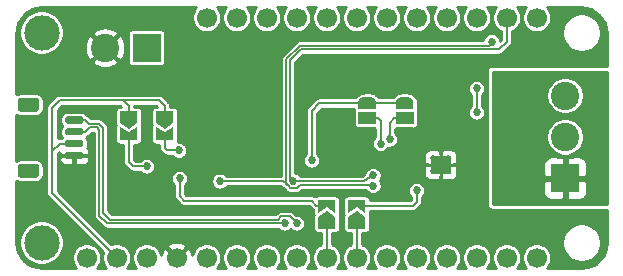
<source format=gbr>
%TF.GenerationSoftware,KiCad,Pcbnew,(5.1.6-0-10_14)*%
%TF.CreationDate,2021-08-04T10:25:44-07:00*%
%TF.ProjectId,Motor_Tester_DRV8830_Wing,4d6f746f-725f-4546-9573-7465725f4452,v00*%
%TF.SameCoordinates,Original*%
%TF.FileFunction,Copper,L2,Bot*%
%TF.FilePolarity,Positive*%
%FSLAX46Y46*%
G04 Gerber Fmt 4.6, Leading zero omitted, Abs format (unit mm)*
G04 Created by KiCad (PCBNEW (5.1.6-0-10_14)) date 2021-08-04 10:25:44*
%MOMM*%
%LPD*%
G01*
G04 APERTURE LIST*
%TA.AperFunction,ComponentPad*%
%ADD10C,1.700000*%
%TD*%
%TA.AperFunction,ComponentPad*%
%ADD11C,3.000000*%
%TD*%
%TA.AperFunction,SMDPad,CuDef*%
%ADD12R,1.500000X1.000000*%
%TD*%
%TA.AperFunction,SMDPad,CuDef*%
%ADD13C,0.100000*%
%TD*%
%TA.AperFunction,ComponentPad*%
%ADD14R,2.400000X2.400000*%
%TD*%
%TA.AperFunction,ComponentPad*%
%ADD15C,2.400000*%
%TD*%
%TA.AperFunction,ViaPad*%
%ADD16C,0.500000*%
%TD*%
%TA.AperFunction,Conductor*%
%ADD17R,1.800000X1.600000*%
%TD*%
%TA.AperFunction,ViaPad*%
%ADD18C,0.685800*%
%TD*%
%TA.AperFunction,Conductor*%
%ADD19C,0.254000*%
%TD*%
%TA.AperFunction,Conductor*%
%ADD20C,0.203200*%
%TD*%
%TA.AperFunction,Conductor*%
%ADD21C,0.152400*%
%TD*%
G04 APERTURE END LIST*
D10*
%TO.P,M1,1*%
%TO.N,Net-(M1-Pad1)*%
X133350000Y-97790000D03*
%TO.P,M1,2*%
%TO.N,+3V3*%
X135890000Y-97790000D03*
%TO.P,M1,3*%
%TO.N,Net-(M1-Pad3)*%
X138430000Y-97790000D03*
%TO.P,M1,4*%
%TO.N,GND*%
X140970000Y-97790000D03*
%TO.P,M1,5*%
%TO.N,Net-(M1-Pad5)*%
X143510000Y-97790000D03*
%TO.P,M1,6*%
%TO.N,Net-(M1-Pad6)*%
X146050000Y-97790000D03*
%TO.P,M1,7*%
%TO.N,Net-(M1-Pad7)*%
X148590000Y-97790000D03*
%TO.P,M1,8*%
%TO.N,Net-(M1-Pad8)*%
X151130000Y-97790000D03*
%TO.P,M1,9*%
%TO.N,/C_ALERT*%
X153670000Y-97790000D03*
%TO.P,M1,10*%
%TO.N,/M_FAULT*%
X156210000Y-97790000D03*
%TO.P,M1,11*%
%TO.N,Net-(M1-Pad11)*%
X158750000Y-97790000D03*
%TO.P,M1,12*%
%TO.N,Net-(M1-Pad12)*%
X161290000Y-97790000D03*
%TO.P,M1,13*%
%TO.N,Net-(M1-Pad13)*%
X163830000Y-97790000D03*
%TO.P,M1,14*%
%TO.N,/SENSOR_RX*%
X166370000Y-97790000D03*
%TO.P,M1,15*%
%TO.N,/SENSOR_TX*%
X168910000Y-97790000D03*
%TO.P,M1,16*%
%TO.N,Net-(M1-Pad16)*%
X171450000Y-97790000D03*
%TO.P,M1,17*%
%TO.N,Net-(M1-Pad17)*%
X143510000Y-77470000D03*
%TO.P,M1,18*%
%TO.N,Net-(M1-Pad18)*%
X146050000Y-77470000D03*
%TO.P,M1,19*%
%TO.N,Net-(M1-Pad19)*%
X148590000Y-77470000D03*
%TO.P,M1,20*%
%TO.N,Net-(M1-Pad20)*%
X151130000Y-77470000D03*
%TO.P,M1,21*%
%TO.N,Net-(M1-Pad21)*%
X153670000Y-77470000D03*
%TO.P,M1,22*%
%TO.N,/M_IN_2_D11*%
X156210000Y-77470000D03*
%TO.P,M1,23*%
%TO.N,/M_IN_1_D10*%
X158750000Y-77470000D03*
%TO.P,M1,24*%
%TO.N,/M_IN_2_D9*%
X161290000Y-77470000D03*
%TO.P,M1,25*%
%TO.N,/M_IN_1_D6*%
X163830000Y-77470000D03*
%TO.P,M1,26*%
%TO.N,Net-(M1-Pad26)*%
X166370000Y-77470000D03*
%TO.P,M1,27*%
%TO.N,/SCL*%
X168910000Y-77470000D03*
%TO.P,M1,28*%
%TO.N,/SDA*%
X171450000Y-77470000D03*
D11*
%TO.P,M1,*%
%TO.N,*%
X129540000Y-96520000D03*
X129540000Y-78740000D03*
%TD*%
D12*
%TO.P,JP6,2*%
%TO.N,Net-(JP6-Pad2)*%
X157099000Y-85979000D03*
%TA.AperFunction,SMDPad,CuDef*%
D13*
%TO.P,JP6,3*%
%TO.N,+3V3*%
G36*
X156349602Y-84679000D02*
G01*
X156349602Y-84654466D01*
X156354412Y-84605635D01*
X156363984Y-84557510D01*
X156378228Y-84510555D01*
X156397005Y-84465222D01*
X156420136Y-84421949D01*
X156447396Y-84381150D01*
X156478524Y-84343221D01*
X156513221Y-84308524D01*
X156551150Y-84277396D01*
X156591949Y-84250136D01*
X156635222Y-84227005D01*
X156680555Y-84208228D01*
X156727510Y-84193984D01*
X156775635Y-84184412D01*
X156824466Y-84179602D01*
X156849000Y-84179602D01*
X156849000Y-84179000D01*
X157349000Y-84179000D01*
X157349000Y-84179602D01*
X157373534Y-84179602D01*
X157422365Y-84184412D01*
X157470490Y-84193984D01*
X157517445Y-84208228D01*
X157562778Y-84227005D01*
X157606051Y-84250136D01*
X157646850Y-84277396D01*
X157684779Y-84308524D01*
X157719476Y-84343221D01*
X157750604Y-84381150D01*
X157777864Y-84421949D01*
X157800995Y-84465222D01*
X157819772Y-84510555D01*
X157834016Y-84557510D01*
X157843588Y-84605635D01*
X157848398Y-84654466D01*
X157848398Y-84679000D01*
X157849000Y-84679000D01*
X157849000Y-85229000D01*
X156349000Y-85229000D01*
X156349000Y-84679000D01*
X156349602Y-84679000D01*
G37*
%TD.AperFunction*%
%TA.AperFunction,SMDPad,CuDef*%
%TO.P,JP6,1*%
%TO.N,GND*%
G36*
X157849000Y-86729000D02*
G01*
X157849000Y-87279000D01*
X157848398Y-87279000D01*
X157848398Y-87303534D01*
X157843588Y-87352365D01*
X157834016Y-87400490D01*
X157819772Y-87447445D01*
X157800995Y-87492778D01*
X157777864Y-87536051D01*
X157750604Y-87576850D01*
X157719476Y-87614779D01*
X157684779Y-87649476D01*
X157646850Y-87680604D01*
X157606051Y-87707864D01*
X157562778Y-87730995D01*
X157517445Y-87749772D01*
X157470490Y-87764016D01*
X157422365Y-87773588D01*
X157373534Y-87778398D01*
X157349000Y-87778398D01*
X157349000Y-87779000D01*
X156849000Y-87779000D01*
X156849000Y-87778398D01*
X156824466Y-87778398D01*
X156775635Y-87773588D01*
X156727510Y-87764016D01*
X156680555Y-87749772D01*
X156635222Y-87730995D01*
X156591949Y-87707864D01*
X156551150Y-87680604D01*
X156513221Y-87649476D01*
X156478524Y-87614779D01*
X156447396Y-87576850D01*
X156420136Y-87536051D01*
X156397005Y-87492778D01*
X156378228Y-87447445D01*
X156363984Y-87400490D01*
X156354412Y-87352365D01*
X156349602Y-87303534D01*
X156349602Y-87279000D01*
X156349000Y-87279000D01*
X156349000Y-86729000D01*
X157849000Y-86729000D01*
G37*
%TD.AperFunction*%
%TD*%
%TA.AperFunction,SMDPad,CuDef*%
%TO.P,JP4,1*%
%TO.N,GND*%
G36*
X161024000Y-86729000D02*
G01*
X161024000Y-87279000D01*
X161023398Y-87279000D01*
X161023398Y-87303534D01*
X161018588Y-87352365D01*
X161009016Y-87400490D01*
X160994772Y-87447445D01*
X160975995Y-87492778D01*
X160952864Y-87536051D01*
X160925604Y-87576850D01*
X160894476Y-87614779D01*
X160859779Y-87649476D01*
X160821850Y-87680604D01*
X160781051Y-87707864D01*
X160737778Y-87730995D01*
X160692445Y-87749772D01*
X160645490Y-87764016D01*
X160597365Y-87773588D01*
X160548534Y-87778398D01*
X160524000Y-87778398D01*
X160524000Y-87779000D01*
X160024000Y-87779000D01*
X160024000Y-87778398D01*
X159999466Y-87778398D01*
X159950635Y-87773588D01*
X159902510Y-87764016D01*
X159855555Y-87749772D01*
X159810222Y-87730995D01*
X159766949Y-87707864D01*
X159726150Y-87680604D01*
X159688221Y-87649476D01*
X159653524Y-87614779D01*
X159622396Y-87576850D01*
X159595136Y-87536051D01*
X159572005Y-87492778D01*
X159553228Y-87447445D01*
X159538984Y-87400490D01*
X159529412Y-87352365D01*
X159524602Y-87303534D01*
X159524602Y-87279000D01*
X159524000Y-87279000D01*
X159524000Y-86729000D01*
X161024000Y-86729000D01*
G37*
%TD.AperFunction*%
%TA.AperFunction,SMDPad,CuDef*%
%TO.P,JP4,3*%
%TO.N,+3V3*%
G36*
X159524602Y-84679000D02*
G01*
X159524602Y-84654466D01*
X159529412Y-84605635D01*
X159538984Y-84557510D01*
X159553228Y-84510555D01*
X159572005Y-84465222D01*
X159595136Y-84421949D01*
X159622396Y-84381150D01*
X159653524Y-84343221D01*
X159688221Y-84308524D01*
X159726150Y-84277396D01*
X159766949Y-84250136D01*
X159810222Y-84227005D01*
X159855555Y-84208228D01*
X159902510Y-84193984D01*
X159950635Y-84184412D01*
X159999466Y-84179602D01*
X160024000Y-84179602D01*
X160024000Y-84179000D01*
X160524000Y-84179000D01*
X160524000Y-84179602D01*
X160548534Y-84179602D01*
X160597365Y-84184412D01*
X160645490Y-84193984D01*
X160692445Y-84208228D01*
X160737778Y-84227005D01*
X160781051Y-84250136D01*
X160821850Y-84277396D01*
X160859779Y-84308524D01*
X160894476Y-84343221D01*
X160925604Y-84381150D01*
X160952864Y-84421949D01*
X160975995Y-84465222D01*
X160994772Y-84510555D01*
X161009016Y-84557510D01*
X161018588Y-84605635D01*
X161023398Y-84654466D01*
X161023398Y-84679000D01*
X161024000Y-84679000D01*
X161024000Y-85229000D01*
X159524000Y-85229000D01*
X159524000Y-84679000D01*
X159524602Y-84679000D01*
G37*
%TD.AperFunction*%
D12*
%TO.P,JP4,2*%
%TO.N,Net-(JP4-Pad2)*%
X160274000Y-85979000D03*
%TD*%
D14*
%TO.P,J6,1*%
%TO.N,/M_SHIELD*%
X173863000Y-91059000D03*
D15*
%TO.P,J6,2*%
%TO.N,/M_OUT_2*%
X173863000Y-87559000D03*
%TO.P,J6,3*%
%TO.N,/M_OUT_1*%
X173863000Y-84059000D03*
%TD*%
D14*
%TO.P,J2,1*%
%TO.N,/PWR_IN*%
X138430000Y-80010000D03*
D15*
%TO.P,J2,2*%
%TO.N,GND*%
X134930000Y-80010000D03*
%TD*%
%TA.AperFunction,SMDPad,CuDef*%
D13*
%TO.P,JP1,2*%
%TO.N,Net-(JP1-Pad2)*%
G36*
X136156000Y-87839000D02*
G01*
X136156000Y-86689000D01*
X136906000Y-87189000D01*
X137656000Y-86689000D01*
X137656000Y-87839000D01*
X136156000Y-87839000D01*
G37*
%TD.AperFunction*%
%TA.AperFunction,SMDPad,CuDef*%
%TO.P,JP1,1*%
%TO.N,+3V3*%
G36*
X136906000Y-86889000D02*
G01*
X136156000Y-86389000D01*
X136156000Y-85389000D01*
X137656000Y-85389000D01*
X137656000Y-86389000D01*
X136906000Y-86889000D01*
G37*
%TD.AperFunction*%
%TD*%
%TA.AperFunction,SMDPad,CuDef*%
%TO.P,JP2,1*%
%TO.N,+3V3*%
G36*
X139954000Y-86889000D02*
G01*
X139204000Y-86389000D01*
X139204000Y-85389000D01*
X140704000Y-85389000D01*
X140704000Y-86389000D01*
X139954000Y-86889000D01*
G37*
%TD.AperFunction*%
%TA.AperFunction,SMDPad,CuDef*%
%TO.P,JP2,2*%
%TO.N,Net-(JP2-Pad2)*%
G36*
X139204000Y-87839000D02*
G01*
X139204000Y-86689000D01*
X139954000Y-87189000D01*
X140704000Y-86689000D01*
X140704000Y-87839000D01*
X139204000Y-87839000D01*
G37*
%TD.AperFunction*%
%TD*%
%TO.P,J1,1*%
%TO.N,GND*%
%TA.AperFunction,SMDPad,CuDef*%
G36*
G01*
X132927000Y-89430000D02*
X131677000Y-89430000D01*
G75*
G02*
X131527000Y-89280000I0J150000D01*
G01*
X131527000Y-88980000D01*
G75*
G02*
X131677000Y-88830000I150000J0D01*
G01*
X132927000Y-88830000D01*
G75*
G02*
X133077000Y-88980000I0J-150000D01*
G01*
X133077000Y-89280000D01*
G75*
G02*
X132927000Y-89430000I-150000J0D01*
G01*
G37*
%TD.AperFunction*%
%TO.P,J1,2*%
%TO.N,+3V3*%
%TA.AperFunction,SMDPad,CuDef*%
G36*
G01*
X132927000Y-88430000D02*
X131677000Y-88430000D01*
G75*
G02*
X131527000Y-88280000I0J150000D01*
G01*
X131527000Y-87980000D01*
G75*
G02*
X131677000Y-87830000I150000J0D01*
G01*
X132927000Y-87830000D01*
G75*
G02*
X133077000Y-87980000I0J-150000D01*
G01*
X133077000Y-88280000D01*
G75*
G02*
X132927000Y-88430000I-150000J0D01*
G01*
G37*
%TD.AperFunction*%
%TO.P,J1,3*%
%TO.N,/SENSOR_RX*%
%TA.AperFunction,SMDPad,CuDef*%
G36*
G01*
X132927000Y-87430000D02*
X131677000Y-87430000D01*
G75*
G02*
X131527000Y-87280000I0J150000D01*
G01*
X131527000Y-86980000D01*
G75*
G02*
X131677000Y-86830000I150000J0D01*
G01*
X132927000Y-86830000D01*
G75*
G02*
X133077000Y-86980000I0J-150000D01*
G01*
X133077000Y-87280000D01*
G75*
G02*
X132927000Y-87430000I-150000J0D01*
G01*
G37*
%TD.AperFunction*%
%TO.P,J1,4*%
%TO.N,/SENSOR_TX*%
%TA.AperFunction,SMDPad,CuDef*%
G36*
G01*
X132927000Y-86430000D02*
X131677000Y-86430000D01*
G75*
G02*
X131527000Y-86280000I0J150000D01*
G01*
X131527000Y-85980000D01*
G75*
G02*
X131677000Y-85830000I150000J0D01*
G01*
X132927000Y-85830000D01*
G75*
G02*
X133077000Y-85980000I0J-150000D01*
G01*
X133077000Y-86280000D01*
G75*
G02*
X132927000Y-86430000I-150000J0D01*
G01*
G37*
%TD.AperFunction*%
%TO.P,J1,MP*%
%TO.N,N/C*%
%TA.AperFunction,SMDPad,CuDef*%
G36*
G01*
X129077001Y-91030000D02*
X127776999Y-91030000D01*
G75*
G02*
X127527000Y-90780001I0J249999D01*
G01*
X127527000Y-90079999D01*
G75*
G02*
X127776999Y-89830000I249999J0D01*
G01*
X129077001Y-89830000D01*
G75*
G02*
X129327000Y-90079999I0J-249999D01*
G01*
X129327000Y-90780001D01*
G75*
G02*
X129077001Y-91030000I-249999J0D01*
G01*
G37*
%TD.AperFunction*%
%TA.AperFunction,SMDPad,CuDef*%
G36*
G01*
X129077001Y-85430000D02*
X127776999Y-85430000D01*
G75*
G02*
X127527000Y-85180001I0J249999D01*
G01*
X127527000Y-84479999D01*
G75*
G02*
X127776999Y-84230000I249999J0D01*
G01*
X129077001Y-84230000D01*
G75*
G02*
X129327000Y-84479999I0J-249999D01*
G01*
X129327000Y-85180001D01*
G75*
G02*
X129077001Y-85430000I-249999J0D01*
G01*
G37*
%TD.AperFunction*%
%TD*%
%TA.AperFunction,SMDPad,CuDef*%
%TO.P,JP3,1*%
%TO.N,/C_ALERT*%
G36*
X153670000Y-93832000D02*
G01*
X154420000Y-94332000D01*
X154420000Y-95332000D01*
X152920000Y-95332000D01*
X152920000Y-94332000D01*
X153670000Y-93832000D01*
G37*
%TD.AperFunction*%
%TA.AperFunction,SMDPad,CuDef*%
%TO.P,JP3,2*%
%TO.N,Net-(JP3-Pad2)*%
G36*
X154420000Y-92882000D02*
G01*
X154420000Y-94032000D01*
X153670000Y-93532000D01*
X152920000Y-94032000D01*
X152920000Y-92882000D01*
X154420000Y-92882000D01*
G37*
%TD.AperFunction*%
%TD*%
%TA.AperFunction,SMDPad,CuDef*%
%TO.P,JP5,2*%
%TO.N,Net-(JP5-Pad2)*%
G36*
X156960000Y-92882000D02*
G01*
X156960000Y-94032000D01*
X156210000Y-93532000D01*
X155460000Y-94032000D01*
X155460000Y-92882000D01*
X156960000Y-92882000D01*
G37*
%TD.AperFunction*%
%TA.AperFunction,SMDPad,CuDef*%
%TO.P,JP5,1*%
%TO.N,/M_FAULT*%
G36*
X156210000Y-93832000D02*
G01*
X156960000Y-94332000D01*
X156960000Y-95332000D01*
X155460000Y-95332000D01*
X155460000Y-94332000D01*
X156210000Y-93832000D01*
G37*
%TD.AperFunction*%
%TD*%
D16*
%TO.N,GND*%
%TO.C,U2*%
X163972000Y-89366000D03*
X163972000Y-90466000D03*
X162672000Y-89366000D03*
X162672000Y-90466000D03*
D17*
X163322000Y-89916000D03*
%TD*%
D18*
%TO.N,GND*%
X172720000Y-80010000D03*
X172720000Y-95250000D03*
X128270000Y-92202000D03*
X133096000Y-92202000D03*
X128143000Y-82296000D03*
X136398000Y-82550000D03*
X133477000Y-82550000D03*
X133477000Y-77343000D03*
X136398000Y-77343000D03*
X138430000Y-87884000D03*
X146050000Y-90297000D03*
X166370000Y-86868000D03*
X145288000Y-80010000D03*
X166370000Y-90170000D03*
%TO.N,+3V3*%
X152400000Y-89535000D03*
%TO.N,/SCL*%
X150865000Y-91302000D03*
X157607000Y-90805000D03*
%TO.N,/SDA*%
X144642000Y-91302000D03*
X157607000Y-91694000D03*
X167640000Y-79502000D03*
%TO.N,/M_SHIELD*%
X176911000Y-92456000D03*
X176911000Y-82550000D03*
X171450000Y-82677000D03*
X171450000Y-92456000D03*
X176911000Y-87630000D03*
%TO.N,Net-(JP1-Pad2)*%
X138430000Y-90043000D03*
%TO.N,Net-(JP2-Pad2)*%
X141168000Y-88702000D03*
%TO.N,/SENSOR_RX*%
X150114000Y-94869000D03*
%TO.N,/SENSOR_TX*%
X151130000Y-94869000D03*
%TO.N,Net-(JP3-Pad2)*%
X141224000Y-91059000D03*
%TO.N,Net-(JP4-Pad2)*%
X159004000Y-87757000D03*
%TO.N,Net-(JP5-Pad2)*%
X161290000Y-92075000D03*
%TO.N,Net-(JP6-Pad2)*%
X158242000Y-88138000D03*
%TO.N,Net-(R7-Pad2)*%
X166370000Y-85471000D03*
X166370000Y-83439000D03*
%TD*%
D19*
%TO.N,GND*%
X163322000Y-88900000D02*
X163322000Y-89916000D01*
X163322000Y-89916000D02*
X163322000Y-90805000D01*
X163322000Y-89916000D02*
X164465000Y-89916000D01*
X163322000Y-89916000D02*
X162179000Y-89916000D01*
%TO.N,+3V3*%
X135890000Y-97409000D02*
X135890000Y-97790000D01*
X135890000Y-97337374D02*
X135890000Y-97790000D01*
D20*
X135890000Y-97790000D02*
X130429000Y-92329000D01*
X131072000Y-88130000D02*
X130429000Y-88773000D01*
X132302000Y-88130000D02*
X131072000Y-88130000D01*
X130429000Y-92329000D02*
X130429000Y-88773000D01*
X130429000Y-88773000D02*
X130429000Y-85090000D01*
X130429000Y-85090000D02*
X131064000Y-84455000D01*
X139954000Y-85889000D02*
X139954000Y-84963000D01*
X139954000Y-84963000D02*
X139446000Y-84455000D01*
X136906000Y-84963000D02*
X136398000Y-84455000D01*
X136906000Y-85889000D02*
X136906000Y-84963000D01*
X136398000Y-84455000D02*
X139446000Y-84455000D01*
X131064000Y-84455000D02*
X136398000Y-84455000D01*
X160274000Y-84679000D02*
X157099000Y-84679000D01*
X157099000Y-84679000D02*
X153065000Y-84679000D01*
X152400000Y-85344000D02*
X152400000Y-89535000D01*
X153065000Y-84679000D02*
X152400000Y-85344000D01*
D21*
%TO.N,/SCL*%
X156856000Y-91302000D02*
X150865000Y-91302000D01*
X157607000Y-90805000D02*
X156856000Y-91302000D01*
X168910000Y-79502000D02*
X168910000Y-77470000D01*
X150738000Y-91302000D02*
X150578405Y-91142405D01*
X151511000Y-80137000D02*
X168275000Y-80137000D01*
X150578405Y-81069595D02*
X151511000Y-80137000D01*
X150578405Y-91142405D02*
X150578405Y-81069595D01*
X168275000Y-80137000D02*
X168910000Y-79502000D01*
X150865000Y-91302000D02*
X150738000Y-91302000D01*
%TO.N,/SDA*%
X157607000Y-91694000D02*
X157427499Y-91873501D01*
X150273595Y-91556417D02*
X150453089Y-91735911D01*
X150019178Y-91302000D02*
X150293499Y-91576321D01*
X150293499Y-91576321D02*
X150453089Y-91735911D01*
X144642000Y-91302000D02*
X150019178Y-91302000D01*
X157519810Y-91606810D02*
X157607000Y-91694000D01*
X151139321Y-91873501D02*
X151406012Y-91606810D01*
X150590679Y-91873501D02*
X151139321Y-91873501D01*
X151406012Y-91606810D02*
X157519810Y-91606810D01*
X150453089Y-91735911D02*
X150590679Y-91873501D01*
X150273595Y-81312595D02*
X150273596Y-80943338D01*
X150273596Y-80943338D02*
X151384744Y-79832190D01*
X150273595Y-81312595D02*
X150273595Y-91556417D01*
X151384744Y-79832190D02*
X167259000Y-79832190D01*
X167259000Y-79832190D02*
X167436810Y-79832190D01*
X167436810Y-79832190D02*
X167640000Y-79629000D01*
%TO.N,/C_ALERT*%
X153670000Y-94832000D02*
X153670000Y-97790000D01*
%TO.N,Net-(JP1-Pad2)*%
X136906000Y-89662000D02*
X137287000Y-90043000D01*
X136906000Y-87339000D02*
X136906000Y-89662000D01*
X137287000Y-90043000D02*
X138430000Y-90043000D01*
%TO.N,Net-(JP2-Pad2)*%
X141168000Y-88702000D02*
X140137000Y-88702000D01*
X139954000Y-88519000D02*
X139954000Y-87339000D01*
X140137000Y-88702000D02*
X139954000Y-88519000D01*
%TO.N,/SENSOR_RX*%
X133215000Y-87130000D02*
X132302000Y-87130000D01*
X133604000Y-86741000D02*
X133215000Y-87130000D01*
X135077934Y-94869000D02*
X134442191Y-94233257D01*
X134239000Y-86741000D02*
X133604000Y-86741000D01*
X134442191Y-86944191D02*
X134239000Y-86741000D01*
X134442191Y-94233257D02*
X134442191Y-86944191D01*
X150114000Y-94869000D02*
X135077934Y-94869000D01*
%TO.N,/SENSOR_TX*%
X151130000Y-94869000D02*
X151130000Y-94869000D01*
X133247000Y-86130000D02*
X132302000Y-86130000D01*
X134747001Y-86817935D02*
X134365256Y-86436190D01*
X133553190Y-86436190D02*
X133247000Y-86130000D01*
X134365256Y-86436190D02*
X133553190Y-86436190D01*
X149796501Y-94297499D02*
X149529810Y-94564190D01*
X150558499Y-94297499D02*
X149796501Y-94297499D01*
X151130000Y-94869000D02*
X150558499Y-94297499D01*
X135331190Y-94564190D02*
X134747000Y-93980000D01*
X149529810Y-94564190D02*
X135331190Y-94564190D01*
X134747000Y-93980000D02*
X134747001Y-86817935D01*
%TO.N,Net-(JP3-Pad2)*%
X153670000Y-93382000D02*
X152818000Y-93382000D01*
X152818000Y-93382000D02*
X152400000Y-92964000D01*
X141605000Y-92964000D02*
X141224000Y-92583000D01*
X152400000Y-92964000D02*
X141605000Y-92964000D01*
X141224000Y-92583000D02*
X141224000Y-91059000D01*
%TO.N,/M_IN_1_D10*%
X158750000Y-77470000D02*
X158750000Y-77978000D01*
%TO.N,/M_IN_1_D6*%
X163860000Y-77500000D02*
X163830000Y-77470000D01*
%TO.N,/M_FAULT*%
X156210000Y-94832000D02*
X156210000Y-97790000D01*
%TO.N,/M_IN_2_D9*%
X161290000Y-77470000D02*
X161290000Y-77724000D01*
%TO.N,/M_IN_2_D11*%
X156307000Y-77567000D02*
X156210000Y-77470000D01*
%TO.N,Net-(JP4-Pad2)*%
X159004000Y-86346600D02*
X159371600Y-85979000D01*
X159371600Y-85979000D02*
X160274000Y-85979000D01*
X159004000Y-87757000D02*
X159004000Y-86346600D01*
%TO.N,Net-(JP5-Pad2)*%
X161290000Y-92075000D02*
X161290000Y-92075000D01*
X160999000Y-93382000D02*
X161290000Y-93091000D01*
X156210000Y-93382000D02*
X160999000Y-93382000D01*
X161290000Y-93091000D02*
X161290000Y-92075000D01*
%TO.N,Net-(JP6-Pad2)*%
X158001400Y-85979000D02*
X158242000Y-86219600D01*
X157099000Y-85979000D02*
X158001400Y-85979000D01*
X158242000Y-86219600D02*
X158242000Y-88138000D01*
X158242000Y-88138000D02*
X158242000Y-88138000D01*
%TO.N,Net-(R7-Pad2)*%
X166370000Y-83439000D02*
X166370000Y-85471000D01*
%TD*%
D19*
%TO.N,/M_SHIELD*%
G36*
X177394000Y-93218000D02*
G01*
X167767000Y-93218000D01*
X167767000Y-92259000D01*
X172024928Y-92259000D01*
X172037188Y-92383482D01*
X172073498Y-92503180D01*
X172132463Y-92613494D01*
X172211815Y-92710185D01*
X172308506Y-92789537D01*
X172418820Y-92848502D01*
X172538518Y-92884812D01*
X172663000Y-92897072D01*
X173577250Y-92894000D01*
X173736000Y-92735250D01*
X173736000Y-91186000D01*
X173990000Y-91186000D01*
X173990000Y-92735250D01*
X174148750Y-92894000D01*
X175063000Y-92897072D01*
X175187482Y-92884812D01*
X175307180Y-92848502D01*
X175417494Y-92789537D01*
X175514185Y-92710185D01*
X175593537Y-92613494D01*
X175652502Y-92503180D01*
X175688812Y-92383482D01*
X175701072Y-92259000D01*
X175698000Y-91344750D01*
X175539250Y-91186000D01*
X173990000Y-91186000D01*
X173736000Y-91186000D01*
X172186750Y-91186000D01*
X172028000Y-91344750D01*
X172024928Y-92259000D01*
X167767000Y-92259000D01*
X167767000Y-89859000D01*
X172024928Y-89859000D01*
X172028000Y-90773250D01*
X172186750Y-90932000D01*
X173736000Y-90932000D01*
X173736000Y-89382750D01*
X173990000Y-89382750D01*
X173990000Y-90932000D01*
X175539250Y-90932000D01*
X175698000Y-90773250D01*
X175701072Y-89859000D01*
X175688812Y-89734518D01*
X175652502Y-89614820D01*
X175593537Y-89504506D01*
X175514185Y-89407815D01*
X175417494Y-89328463D01*
X175307180Y-89269498D01*
X175187482Y-89233188D01*
X175063000Y-89220928D01*
X174148750Y-89224000D01*
X173990000Y-89382750D01*
X173736000Y-89382750D01*
X173577250Y-89224000D01*
X172663000Y-89220928D01*
X172538518Y-89233188D01*
X172418820Y-89269498D01*
X172308506Y-89328463D01*
X172211815Y-89407815D01*
X172132463Y-89504506D01*
X172073498Y-89614820D01*
X172037188Y-89734518D01*
X172024928Y-89859000D01*
X167767000Y-89859000D01*
X167767000Y-87403285D01*
X172282000Y-87403285D01*
X172282000Y-87714715D01*
X172342757Y-88020161D01*
X172461936Y-88307884D01*
X172634957Y-88566829D01*
X172855171Y-88787043D01*
X173114116Y-88960064D01*
X173401839Y-89079243D01*
X173707285Y-89140000D01*
X174018715Y-89140000D01*
X174324161Y-89079243D01*
X174611884Y-88960064D01*
X174870829Y-88787043D01*
X175091043Y-88566829D01*
X175264064Y-88307884D01*
X175383243Y-88020161D01*
X175444000Y-87714715D01*
X175444000Y-87403285D01*
X175383243Y-87097839D01*
X175264064Y-86810116D01*
X175091043Y-86551171D01*
X174870829Y-86330957D01*
X174611884Y-86157936D01*
X174324161Y-86038757D01*
X174018715Y-85978000D01*
X173707285Y-85978000D01*
X173401839Y-86038757D01*
X173114116Y-86157936D01*
X172855171Y-86330957D01*
X172634957Y-86551171D01*
X172461936Y-86810116D01*
X172342757Y-87097839D01*
X172282000Y-87403285D01*
X167767000Y-87403285D01*
X167767000Y-83903285D01*
X172282000Y-83903285D01*
X172282000Y-84214715D01*
X172342757Y-84520161D01*
X172461936Y-84807884D01*
X172634957Y-85066829D01*
X172855171Y-85287043D01*
X173114116Y-85460064D01*
X173401839Y-85579243D01*
X173707285Y-85640000D01*
X174018715Y-85640000D01*
X174324161Y-85579243D01*
X174611884Y-85460064D01*
X174870829Y-85287043D01*
X175091043Y-85066829D01*
X175264064Y-84807884D01*
X175383243Y-84520161D01*
X175444000Y-84214715D01*
X175444000Y-83903285D01*
X175383243Y-83597839D01*
X175264064Y-83310116D01*
X175091043Y-83051171D01*
X174870829Y-82830957D01*
X174611884Y-82657936D01*
X174324161Y-82538757D01*
X174018715Y-82478000D01*
X173707285Y-82478000D01*
X173401839Y-82538757D01*
X173114116Y-82657936D01*
X172855171Y-82830957D01*
X172634957Y-83051171D01*
X172461936Y-83310116D01*
X172342757Y-83597839D01*
X172282000Y-83903285D01*
X167767000Y-83903285D01*
X167767000Y-82042000D01*
X177394001Y-82042000D01*
X177394000Y-93218000D01*
G37*
X177394000Y-93218000D02*
X167767000Y-93218000D01*
X167767000Y-92259000D01*
X172024928Y-92259000D01*
X172037188Y-92383482D01*
X172073498Y-92503180D01*
X172132463Y-92613494D01*
X172211815Y-92710185D01*
X172308506Y-92789537D01*
X172418820Y-92848502D01*
X172538518Y-92884812D01*
X172663000Y-92897072D01*
X173577250Y-92894000D01*
X173736000Y-92735250D01*
X173736000Y-91186000D01*
X173990000Y-91186000D01*
X173990000Y-92735250D01*
X174148750Y-92894000D01*
X175063000Y-92897072D01*
X175187482Y-92884812D01*
X175307180Y-92848502D01*
X175417494Y-92789537D01*
X175514185Y-92710185D01*
X175593537Y-92613494D01*
X175652502Y-92503180D01*
X175688812Y-92383482D01*
X175701072Y-92259000D01*
X175698000Y-91344750D01*
X175539250Y-91186000D01*
X173990000Y-91186000D01*
X173736000Y-91186000D01*
X172186750Y-91186000D01*
X172028000Y-91344750D01*
X172024928Y-92259000D01*
X167767000Y-92259000D01*
X167767000Y-89859000D01*
X172024928Y-89859000D01*
X172028000Y-90773250D01*
X172186750Y-90932000D01*
X173736000Y-90932000D01*
X173736000Y-89382750D01*
X173990000Y-89382750D01*
X173990000Y-90932000D01*
X175539250Y-90932000D01*
X175698000Y-90773250D01*
X175701072Y-89859000D01*
X175688812Y-89734518D01*
X175652502Y-89614820D01*
X175593537Y-89504506D01*
X175514185Y-89407815D01*
X175417494Y-89328463D01*
X175307180Y-89269498D01*
X175187482Y-89233188D01*
X175063000Y-89220928D01*
X174148750Y-89224000D01*
X173990000Y-89382750D01*
X173736000Y-89382750D01*
X173577250Y-89224000D01*
X172663000Y-89220928D01*
X172538518Y-89233188D01*
X172418820Y-89269498D01*
X172308506Y-89328463D01*
X172211815Y-89407815D01*
X172132463Y-89504506D01*
X172073498Y-89614820D01*
X172037188Y-89734518D01*
X172024928Y-89859000D01*
X167767000Y-89859000D01*
X167767000Y-87403285D01*
X172282000Y-87403285D01*
X172282000Y-87714715D01*
X172342757Y-88020161D01*
X172461936Y-88307884D01*
X172634957Y-88566829D01*
X172855171Y-88787043D01*
X173114116Y-88960064D01*
X173401839Y-89079243D01*
X173707285Y-89140000D01*
X174018715Y-89140000D01*
X174324161Y-89079243D01*
X174611884Y-88960064D01*
X174870829Y-88787043D01*
X175091043Y-88566829D01*
X175264064Y-88307884D01*
X175383243Y-88020161D01*
X175444000Y-87714715D01*
X175444000Y-87403285D01*
X175383243Y-87097839D01*
X175264064Y-86810116D01*
X175091043Y-86551171D01*
X174870829Y-86330957D01*
X174611884Y-86157936D01*
X174324161Y-86038757D01*
X174018715Y-85978000D01*
X173707285Y-85978000D01*
X173401839Y-86038757D01*
X173114116Y-86157936D01*
X172855171Y-86330957D01*
X172634957Y-86551171D01*
X172461936Y-86810116D01*
X172342757Y-87097839D01*
X172282000Y-87403285D01*
X167767000Y-87403285D01*
X167767000Y-83903285D01*
X172282000Y-83903285D01*
X172282000Y-84214715D01*
X172342757Y-84520161D01*
X172461936Y-84807884D01*
X172634957Y-85066829D01*
X172855171Y-85287043D01*
X173114116Y-85460064D01*
X173401839Y-85579243D01*
X173707285Y-85640000D01*
X174018715Y-85640000D01*
X174324161Y-85579243D01*
X174611884Y-85460064D01*
X174870829Y-85287043D01*
X175091043Y-85066829D01*
X175264064Y-84807884D01*
X175383243Y-84520161D01*
X175444000Y-84214715D01*
X175444000Y-83903285D01*
X175383243Y-83597839D01*
X175264064Y-83310116D01*
X175091043Y-83051171D01*
X174870829Y-82830957D01*
X174611884Y-82657936D01*
X174324161Y-82538757D01*
X174018715Y-82478000D01*
X173707285Y-82478000D01*
X173401839Y-82538757D01*
X173114116Y-82657936D01*
X172855171Y-82830957D01*
X172634957Y-83051171D01*
X172461936Y-83310116D01*
X172342757Y-83597839D01*
X172282000Y-83903285D01*
X167767000Y-83903285D01*
X167767000Y-82042000D01*
X177394001Y-82042000D01*
X177394000Y-93218000D01*
%TO.N,GND*%
G36*
X142553820Y-76685283D02*
G01*
X142419102Y-76886903D01*
X142326307Y-77110931D01*
X142279000Y-77348757D01*
X142279000Y-77591243D01*
X142326307Y-77829069D01*
X142419102Y-78053097D01*
X142553820Y-78254717D01*
X142725283Y-78426180D01*
X142926903Y-78560898D01*
X143150931Y-78653693D01*
X143388757Y-78701000D01*
X143631243Y-78701000D01*
X143869069Y-78653693D01*
X144093097Y-78560898D01*
X144294717Y-78426180D01*
X144466180Y-78254717D01*
X144600898Y-78053097D01*
X144693693Y-77829069D01*
X144741000Y-77591243D01*
X144741000Y-77348757D01*
X144693693Y-77110931D01*
X144600898Y-76886903D01*
X144466180Y-76685283D01*
X144386897Y-76606000D01*
X145173103Y-76606000D01*
X145093820Y-76685283D01*
X144959102Y-76886903D01*
X144866307Y-77110931D01*
X144819000Y-77348757D01*
X144819000Y-77591243D01*
X144866307Y-77829069D01*
X144959102Y-78053097D01*
X145093820Y-78254717D01*
X145265283Y-78426180D01*
X145466903Y-78560898D01*
X145690931Y-78653693D01*
X145928757Y-78701000D01*
X146171243Y-78701000D01*
X146409069Y-78653693D01*
X146633097Y-78560898D01*
X146834717Y-78426180D01*
X147006180Y-78254717D01*
X147140898Y-78053097D01*
X147233693Y-77829069D01*
X147281000Y-77591243D01*
X147281000Y-77348757D01*
X147233693Y-77110931D01*
X147140898Y-76886903D01*
X147006180Y-76685283D01*
X146926897Y-76606000D01*
X147713103Y-76606000D01*
X147633820Y-76685283D01*
X147499102Y-76886903D01*
X147406307Y-77110931D01*
X147359000Y-77348757D01*
X147359000Y-77591243D01*
X147406307Y-77829069D01*
X147499102Y-78053097D01*
X147633820Y-78254717D01*
X147805283Y-78426180D01*
X148006903Y-78560898D01*
X148230931Y-78653693D01*
X148468757Y-78701000D01*
X148711243Y-78701000D01*
X148949069Y-78653693D01*
X149173097Y-78560898D01*
X149374717Y-78426180D01*
X149546180Y-78254717D01*
X149680898Y-78053097D01*
X149773693Y-77829069D01*
X149821000Y-77591243D01*
X149821000Y-77348757D01*
X149773693Y-77110931D01*
X149680898Y-76886903D01*
X149546180Y-76685283D01*
X149466897Y-76606000D01*
X150253103Y-76606000D01*
X150173820Y-76685283D01*
X150039102Y-76886903D01*
X149946307Y-77110931D01*
X149899000Y-77348757D01*
X149899000Y-77591243D01*
X149946307Y-77829069D01*
X150039102Y-78053097D01*
X150173820Y-78254717D01*
X150345283Y-78426180D01*
X150546903Y-78560898D01*
X150770931Y-78653693D01*
X151008757Y-78701000D01*
X151251243Y-78701000D01*
X151489069Y-78653693D01*
X151713097Y-78560898D01*
X151914717Y-78426180D01*
X152086180Y-78254717D01*
X152220898Y-78053097D01*
X152313693Y-77829069D01*
X152361000Y-77591243D01*
X152361000Y-77348757D01*
X152313693Y-77110931D01*
X152220898Y-76886903D01*
X152086180Y-76685283D01*
X152006897Y-76606000D01*
X152793103Y-76606000D01*
X152713820Y-76685283D01*
X152579102Y-76886903D01*
X152486307Y-77110931D01*
X152439000Y-77348757D01*
X152439000Y-77591243D01*
X152486307Y-77829069D01*
X152579102Y-78053097D01*
X152713820Y-78254717D01*
X152885283Y-78426180D01*
X153086903Y-78560898D01*
X153310931Y-78653693D01*
X153548757Y-78701000D01*
X153791243Y-78701000D01*
X154029069Y-78653693D01*
X154253097Y-78560898D01*
X154454717Y-78426180D01*
X154626180Y-78254717D01*
X154760898Y-78053097D01*
X154853693Y-77829069D01*
X154901000Y-77591243D01*
X154901000Y-77348757D01*
X154853693Y-77110931D01*
X154760898Y-76886903D01*
X154626180Y-76685283D01*
X154546897Y-76606000D01*
X155333103Y-76606000D01*
X155253820Y-76685283D01*
X155119102Y-76886903D01*
X155026307Y-77110931D01*
X154979000Y-77348757D01*
X154979000Y-77591243D01*
X155026307Y-77829069D01*
X155119102Y-78053097D01*
X155253820Y-78254717D01*
X155425283Y-78426180D01*
X155626903Y-78560898D01*
X155850931Y-78653693D01*
X156088757Y-78701000D01*
X156331243Y-78701000D01*
X156569069Y-78653693D01*
X156793097Y-78560898D01*
X156994717Y-78426180D01*
X157166180Y-78254717D01*
X157300898Y-78053097D01*
X157393693Y-77829069D01*
X157441000Y-77591243D01*
X157441000Y-77348757D01*
X157393693Y-77110931D01*
X157300898Y-76886903D01*
X157166180Y-76685283D01*
X157086897Y-76606000D01*
X157873103Y-76606000D01*
X157793820Y-76685283D01*
X157659102Y-76886903D01*
X157566307Y-77110931D01*
X157519000Y-77348757D01*
X157519000Y-77591243D01*
X157566307Y-77829069D01*
X157659102Y-78053097D01*
X157793820Y-78254717D01*
X157965283Y-78426180D01*
X158166903Y-78560898D01*
X158390931Y-78653693D01*
X158628757Y-78701000D01*
X158871243Y-78701000D01*
X159109069Y-78653693D01*
X159333097Y-78560898D01*
X159534717Y-78426180D01*
X159706180Y-78254717D01*
X159840898Y-78053097D01*
X159933693Y-77829069D01*
X159981000Y-77591243D01*
X159981000Y-77348757D01*
X159933693Y-77110931D01*
X159840898Y-76886903D01*
X159706180Y-76685283D01*
X159626897Y-76606000D01*
X160413103Y-76606000D01*
X160333820Y-76685283D01*
X160199102Y-76886903D01*
X160106307Y-77110931D01*
X160059000Y-77348757D01*
X160059000Y-77591243D01*
X160106307Y-77829069D01*
X160199102Y-78053097D01*
X160333820Y-78254717D01*
X160505283Y-78426180D01*
X160706903Y-78560898D01*
X160930931Y-78653693D01*
X161168757Y-78701000D01*
X161411243Y-78701000D01*
X161649069Y-78653693D01*
X161873097Y-78560898D01*
X162074717Y-78426180D01*
X162246180Y-78254717D01*
X162380898Y-78053097D01*
X162473693Y-77829069D01*
X162521000Y-77591243D01*
X162521000Y-77348757D01*
X162473693Y-77110931D01*
X162380898Y-76886903D01*
X162246180Y-76685283D01*
X162166897Y-76606000D01*
X162953103Y-76606000D01*
X162873820Y-76685283D01*
X162739102Y-76886903D01*
X162646307Y-77110931D01*
X162599000Y-77348757D01*
X162599000Y-77591243D01*
X162646307Y-77829069D01*
X162739102Y-78053097D01*
X162873820Y-78254717D01*
X163045283Y-78426180D01*
X163246903Y-78560898D01*
X163470931Y-78653693D01*
X163708757Y-78701000D01*
X163951243Y-78701000D01*
X164189069Y-78653693D01*
X164413097Y-78560898D01*
X164614717Y-78426180D01*
X164786180Y-78254717D01*
X164920898Y-78053097D01*
X165013693Y-77829069D01*
X165061000Y-77591243D01*
X165061000Y-77348757D01*
X165013693Y-77110931D01*
X164920898Y-76886903D01*
X164786180Y-76685283D01*
X164706897Y-76606000D01*
X165493103Y-76606000D01*
X165413820Y-76685283D01*
X165279102Y-76886903D01*
X165186307Y-77110931D01*
X165139000Y-77348757D01*
X165139000Y-77591243D01*
X165186307Y-77829069D01*
X165279102Y-78053097D01*
X165413820Y-78254717D01*
X165585283Y-78426180D01*
X165786903Y-78560898D01*
X166010931Y-78653693D01*
X166248757Y-78701000D01*
X166491243Y-78701000D01*
X166729069Y-78653693D01*
X166953097Y-78560898D01*
X167154717Y-78426180D01*
X167326180Y-78254717D01*
X167460898Y-78053097D01*
X167553693Y-77829069D01*
X167601000Y-77591243D01*
X167601000Y-77348757D01*
X167553693Y-77110931D01*
X167460898Y-76886903D01*
X167326180Y-76685283D01*
X167246897Y-76606000D01*
X168033103Y-76606000D01*
X167953820Y-76685283D01*
X167819102Y-76886903D01*
X167726307Y-77110931D01*
X167679000Y-77348757D01*
X167679000Y-77591243D01*
X167726307Y-77829069D01*
X167819102Y-78053097D01*
X167953820Y-78254717D01*
X168125283Y-78426180D01*
X168326903Y-78560898D01*
X168452800Y-78613046D01*
X168452800Y-79312621D01*
X168359059Y-79406363D01*
X168336081Y-79290846D01*
X168281512Y-79159105D01*
X168202290Y-79040540D01*
X168101460Y-78939710D01*
X167982895Y-78860488D01*
X167851154Y-78805919D01*
X167711298Y-78778100D01*
X167568702Y-78778100D01*
X167428846Y-78805919D01*
X167297105Y-78860488D01*
X167178540Y-78939710D01*
X167077710Y-79040540D01*
X166998488Y-79159105D01*
X166943919Y-79290846D01*
X166927182Y-79374990D01*
X151407196Y-79374990D01*
X151384744Y-79372779D01*
X151362292Y-79374990D01*
X151362284Y-79374990D01*
X151295117Y-79381605D01*
X151208934Y-79407749D01*
X151129508Y-79450203D01*
X151077336Y-79493019D01*
X151077330Y-79493025D01*
X151059891Y-79507337D01*
X151045579Y-79524776D01*
X149966187Y-80604170D01*
X149948744Y-80618485D01*
X149891610Y-80688101D01*
X149849156Y-80767528D01*
X149823012Y-80853710D01*
X149823012Y-80853712D01*
X149814185Y-80943338D01*
X149816397Y-80965796D01*
X149816395Y-81290134D01*
X149816395Y-81290136D01*
X149816396Y-90844800D01*
X145207136Y-90844800D01*
X145204290Y-90840540D01*
X145103460Y-90739710D01*
X144984895Y-90660488D01*
X144853154Y-90605919D01*
X144713298Y-90578100D01*
X144570702Y-90578100D01*
X144430846Y-90605919D01*
X144299105Y-90660488D01*
X144180540Y-90739710D01*
X144079710Y-90840540D01*
X144000488Y-90959105D01*
X143945919Y-91090846D01*
X143918100Y-91230702D01*
X143918100Y-91373298D01*
X143945919Y-91513154D01*
X144000488Y-91644895D01*
X144079710Y-91763460D01*
X144180540Y-91864290D01*
X144299105Y-91943512D01*
X144430846Y-91998081D01*
X144570702Y-92025900D01*
X144713298Y-92025900D01*
X144853154Y-91998081D01*
X144984895Y-91943512D01*
X145103460Y-91864290D01*
X145204290Y-91763460D01*
X145207136Y-91759200D01*
X149829801Y-91759200D01*
X149934425Y-91863824D01*
X149948743Y-91881270D01*
X149966188Y-91895587D01*
X150113919Y-92043318D01*
X150251508Y-92180908D01*
X150265826Y-92198354D01*
X150335443Y-92255488D01*
X150414870Y-92297942D01*
X150501052Y-92324086D01*
X150568219Y-92330701D01*
X150568229Y-92330701D01*
X150590679Y-92332912D01*
X150613129Y-92330701D01*
X151116871Y-92330701D01*
X151139321Y-92332912D01*
X151161771Y-92330701D01*
X151161781Y-92330701D01*
X151228948Y-92324086D01*
X151315130Y-92297942D01*
X151394557Y-92255488D01*
X151464174Y-92198354D01*
X151478495Y-92180904D01*
X151595389Y-92064010D01*
X156983606Y-92064010D01*
X157044710Y-92155460D01*
X157145540Y-92256290D01*
X157264105Y-92335512D01*
X157395846Y-92390081D01*
X157535702Y-92417900D01*
X157678298Y-92417900D01*
X157818154Y-92390081D01*
X157949895Y-92335512D01*
X158068460Y-92256290D01*
X158169290Y-92155460D01*
X158248512Y-92036895D01*
X158303081Y-91905154D01*
X158330900Y-91765298D01*
X158330900Y-91622702D01*
X158303081Y-91482846D01*
X158248512Y-91351105D01*
X158180622Y-91249500D01*
X158248512Y-91147895D01*
X158303081Y-91016154D01*
X158330900Y-90876298D01*
X158330900Y-90733702D01*
X158303081Y-90593846D01*
X158248512Y-90462105D01*
X158169290Y-90343540D01*
X158068460Y-90242710D01*
X157949895Y-90163488D01*
X157818154Y-90108919D01*
X157678298Y-90081100D01*
X157535702Y-90081100D01*
X157395846Y-90108919D01*
X157264105Y-90163488D01*
X157145540Y-90242710D01*
X157044710Y-90343540D01*
X156965488Y-90462105D01*
X156910919Y-90593846D01*
X156883100Y-90733702D01*
X156883100Y-90735815D01*
X156718417Y-90844800D01*
X151430136Y-90844800D01*
X151427290Y-90840540D01*
X151326460Y-90739710D01*
X151207895Y-90660488D01*
X151076154Y-90605919D01*
X151035605Y-90597853D01*
X151035605Y-89463702D01*
X151676100Y-89463702D01*
X151676100Y-89606298D01*
X151703919Y-89746154D01*
X151758488Y-89877895D01*
X151837710Y-89996460D01*
X151938540Y-90097290D01*
X152057105Y-90176512D01*
X152188846Y-90231081D01*
X152328702Y-90258900D01*
X152471298Y-90258900D01*
X152611154Y-90231081D01*
X152742895Y-90176512D01*
X152861460Y-90097290D01*
X152962290Y-89996460D01*
X153041512Y-89877895D01*
X153096081Y-89746154D01*
X153123900Y-89606298D01*
X153123900Y-89463702D01*
X153111160Y-89399652D01*
X161911076Y-89399652D01*
X161912733Y-89411209D01*
X161914000Y-89725500D01*
X162041000Y-89852500D01*
X162275302Y-89852500D01*
X162270375Y-89857427D01*
X162272887Y-89916000D01*
X162270375Y-89974573D01*
X162275302Y-89979500D01*
X162041000Y-89979500D01*
X161914000Y-90106500D01*
X161912522Y-90472882D01*
X161911076Y-90499652D01*
X161912378Y-90508734D01*
X161911542Y-90716000D01*
X161921350Y-90815585D01*
X161950398Y-90911344D01*
X161997570Y-90999595D01*
X162061052Y-91076948D01*
X162138405Y-91140430D01*
X162226656Y-91187602D01*
X162322415Y-91216650D01*
X162422000Y-91226458D01*
X162680456Y-91225563D01*
X162705652Y-91226924D01*
X162716009Y-91225439D01*
X163131500Y-91224000D01*
X163258500Y-91097000D01*
X163258500Y-90863548D01*
X163322000Y-90860825D01*
X163385500Y-90863548D01*
X163385500Y-91097000D01*
X163512500Y-91224000D01*
X163981615Y-91225625D01*
X164005652Y-91226924D01*
X164013932Y-91225737D01*
X164222000Y-91226458D01*
X164321585Y-91216650D01*
X164417344Y-91187602D01*
X164505595Y-91140430D01*
X164582948Y-91076948D01*
X164646430Y-90999595D01*
X164693602Y-90911344D01*
X164722650Y-90815585D01*
X164732458Y-90716000D01*
X164731426Y-90460074D01*
X164732924Y-90432348D01*
X164731267Y-90420791D01*
X164730000Y-90106500D01*
X164603000Y-89979500D01*
X164368698Y-89979500D01*
X164373625Y-89974573D01*
X164371113Y-89916000D01*
X164373625Y-89857427D01*
X164368698Y-89852500D01*
X164603000Y-89852500D01*
X164730000Y-89725500D01*
X164731478Y-89359118D01*
X164732924Y-89332348D01*
X164731622Y-89323266D01*
X164732458Y-89116000D01*
X164722650Y-89016415D01*
X164693602Y-88920656D01*
X164646430Y-88832405D01*
X164582948Y-88755052D01*
X164505595Y-88691570D01*
X164417344Y-88644398D01*
X164321585Y-88615350D01*
X164222000Y-88605542D01*
X163963544Y-88606437D01*
X163938348Y-88605076D01*
X163927991Y-88606561D01*
X163512500Y-88608000D01*
X163385500Y-88735000D01*
X163385500Y-88968452D01*
X163322000Y-88971175D01*
X163258500Y-88968452D01*
X163258500Y-88735000D01*
X163131500Y-88608000D01*
X162662385Y-88606375D01*
X162638348Y-88605076D01*
X162630068Y-88606263D01*
X162422000Y-88605542D01*
X162322415Y-88615350D01*
X162226656Y-88644398D01*
X162138405Y-88691570D01*
X162061052Y-88755052D01*
X161997570Y-88832405D01*
X161950398Y-88920656D01*
X161921350Y-89016415D01*
X161911542Y-89116000D01*
X161912574Y-89371926D01*
X161911076Y-89399652D01*
X153111160Y-89399652D01*
X153096081Y-89323846D01*
X153041512Y-89192105D01*
X152962290Y-89073540D01*
X152882600Y-88993850D01*
X152882600Y-85543899D01*
X153264900Y-85161600D01*
X155966157Y-85161600D01*
X155966157Y-85229000D01*
X155973513Y-85303689D01*
X155988775Y-85354000D01*
X155973513Y-85404311D01*
X155966157Y-85479000D01*
X155966157Y-86479000D01*
X155973513Y-86553689D01*
X155995299Y-86625508D01*
X156030678Y-86691696D01*
X156078289Y-86749711D01*
X156136304Y-86797322D01*
X156202492Y-86832701D01*
X156274311Y-86854487D01*
X156349000Y-86861843D01*
X157784800Y-86861843D01*
X157784801Y-87572863D01*
X157780540Y-87575710D01*
X157679710Y-87676540D01*
X157600488Y-87795105D01*
X157545919Y-87926846D01*
X157518100Y-88066702D01*
X157518100Y-88209298D01*
X157545919Y-88349154D01*
X157600488Y-88480895D01*
X157679710Y-88599460D01*
X157780540Y-88700290D01*
X157899105Y-88779512D01*
X158030846Y-88834081D01*
X158170702Y-88861900D01*
X158313298Y-88861900D01*
X158453154Y-88834081D01*
X158584895Y-88779512D01*
X158703460Y-88700290D01*
X158804290Y-88599460D01*
X158883512Y-88480895D01*
X158887254Y-88471860D01*
X158932702Y-88480900D01*
X159075298Y-88480900D01*
X159215154Y-88453081D01*
X159346895Y-88398512D01*
X159465460Y-88319290D01*
X159566290Y-88218460D01*
X159645512Y-88099895D01*
X159700081Y-87968154D01*
X159727900Y-87828298D01*
X159727900Y-87685702D01*
X159700081Y-87545846D01*
X159645512Y-87414105D01*
X159566290Y-87295540D01*
X159465460Y-87194710D01*
X159461200Y-87191864D01*
X159461200Y-86855658D01*
X159524000Y-86861843D01*
X161024000Y-86861843D01*
X161098689Y-86854487D01*
X161170508Y-86832701D01*
X161236696Y-86797322D01*
X161294711Y-86749711D01*
X161342322Y-86691696D01*
X161377701Y-86625508D01*
X161399487Y-86553689D01*
X161406843Y-86479000D01*
X161406843Y-85479000D01*
X161399487Y-85404311D01*
X161384225Y-85354000D01*
X161399487Y-85303689D01*
X161406843Y-85229000D01*
X161406843Y-84679000D01*
X161404435Y-84654550D01*
X161404435Y-84629991D01*
X161397079Y-84555302D01*
X161377957Y-84459169D01*
X161356172Y-84387352D01*
X161318663Y-84296796D01*
X161283283Y-84230606D01*
X161228827Y-84149107D01*
X161181216Y-84091092D01*
X161111908Y-84021784D01*
X161053893Y-83974173D01*
X160972394Y-83919717D01*
X160906204Y-83884337D01*
X160815648Y-83846828D01*
X160743831Y-83825043D01*
X160647698Y-83805921D01*
X160573009Y-83798565D01*
X160548450Y-83798565D01*
X160524000Y-83796157D01*
X160024000Y-83796157D01*
X159999550Y-83798565D01*
X159974991Y-83798565D01*
X159900302Y-83805921D01*
X159804169Y-83825043D01*
X159732352Y-83846828D01*
X159641796Y-83884337D01*
X159575606Y-83919717D01*
X159494107Y-83974173D01*
X159436092Y-84021784D01*
X159366784Y-84091092D01*
X159319173Y-84149107D01*
X159287573Y-84196400D01*
X158085427Y-84196400D01*
X158053827Y-84149107D01*
X158006216Y-84091092D01*
X157936908Y-84021784D01*
X157878893Y-83974173D01*
X157797394Y-83919717D01*
X157731204Y-83884337D01*
X157640648Y-83846828D01*
X157568831Y-83825043D01*
X157472698Y-83805921D01*
X157398009Y-83798565D01*
X157373450Y-83798565D01*
X157349000Y-83796157D01*
X156849000Y-83796157D01*
X156824550Y-83798565D01*
X156799991Y-83798565D01*
X156725302Y-83805921D01*
X156629169Y-83825043D01*
X156557352Y-83846828D01*
X156466796Y-83884337D01*
X156400606Y-83919717D01*
X156319107Y-83974173D01*
X156261092Y-84021784D01*
X156191784Y-84091092D01*
X156144173Y-84149107D01*
X156112573Y-84196400D01*
X153088704Y-84196400D01*
X153064999Y-84194065D01*
X153041294Y-84196400D01*
X153041293Y-84196400D01*
X152970394Y-84203383D01*
X152879423Y-84230978D01*
X152795585Y-84275791D01*
X152722099Y-84336099D01*
X152706987Y-84354513D01*
X152075518Y-84985983D01*
X152057099Y-85001099D01*
X151996791Y-85074585D01*
X151951978Y-85158424D01*
X151924383Y-85249395D01*
X151918818Y-85305900D01*
X151915065Y-85344000D01*
X151917400Y-85367705D01*
X151917401Y-88993849D01*
X151837710Y-89073540D01*
X151758488Y-89192105D01*
X151703919Y-89323846D01*
X151676100Y-89463702D01*
X151035605Y-89463702D01*
X151035605Y-83367702D01*
X165646100Y-83367702D01*
X165646100Y-83510298D01*
X165673919Y-83650154D01*
X165728488Y-83781895D01*
X165807710Y-83900460D01*
X165908540Y-84001290D01*
X165912800Y-84004137D01*
X165912801Y-84905863D01*
X165908540Y-84908710D01*
X165807710Y-85009540D01*
X165728488Y-85128105D01*
X165673919Y-85259846D01*
X165646100Y-85399702D01*
X165646100Y-85542298D01*
X165673919Y-85682154D01*
X165728488Y-85813895D01*
X165807710Y-85932460D01*
X165908540Y-86033290D01*
X166027105Y-86112512D01*
X166158846Y-86167081D01*
X166298702Y-86194900D01*
X166441298Y-86194900D01*
X166581154Y-86167081D01*
X166712895Y-86112512D01*
X166831460Y-86033290D01*
X166932290Y-85932460D01*
X167011512Y-85813895D01*
X167066081Y-85682154D01*
X167093900Y-85542298D01*
X167093900Y-85399702D01*
X167066081Y-85259846D01*
X167011512Y-85128105D01*
X166932290Y-85009540D01*
X166831460Y-84908710D01*
X166827200Y-84905864D01*
X166827200Y-84004136D01*
X166831460Y-84001290D01*
X166932290Y-83900460D01*
X167011512Y-83781895D01*
X167066081Y-83650154D01*
X167093900Y-83510298D01*
X167093900Y-83367702D01*
X167066081Y-83227846D01*
X167011512Y-83096105D01*
X166932290Y-82977540D01*
X166831460Y-82876710D01*
X166712895Y-82797488D01*
X166581154Y-82742919D01*
X166441298Y-82715100D01*
X166298702Y-82715100D01*
X166158846Y-82742919D01*
X166027105Y-82797488D01*
X165908540Y-82876710D01*
X165807710Y-82977540D01*
X165728488Y-83096105D01*
X165673919Y-83227846D01*
X165646100Y-83367702D01*
X151035605Y-83367702D01*
X151035605Y-81258972D01*
X151700378Y-80594200D01*
X168252550Y-80594200D01*
X168275000Y-80596411D01*
X168297450Y-80594200D01*
X168297460Y-80594200D01*
X168364627Y-80587585D01*
X168450809Y-80561441D01*
X168530236Y-80518987D01*
X168599853Y-80461853D01*
X168614174Y-80444403D01*
X169217415Y-79841164D01*
X169234853Y-79826853D01*
X169249165Y-79809414D01*
X169249171Y-79809408D01*
X169291987Y-79757236D01*
X169334441Y-79677810D01*
X169340941Y-79656381D01*
X169360585Y-79591627D01*
X169367200Y-79524460D01*
X169367200Y-79524450D01*
X169369411Y-79502000D01*
X169367200Y-79479550D01*
X169367200Y-78613046D01*
X169493097Y-78560898D01*
X169694717Y-78426180D01*
X169866180Y-78254717D01*
X170000898Y-78053097D01*
X170093693Y-77829069D01*
X170141000Y-77591243D01*
X170141000Y-77348757D01*
X170093693Y-77110931D01*
X170000898Y-76886903D01*
X169866180Y-76685283D01*
X169786897Y-76606000D01*
X170573103Y-76606000D01*
X170493820Y-76685283D01*
X170359102Y-76886903D01*
X170266307Y-77110931D01*
X170219000Y-77348757D01*
X170219000Y-77591243D01*
X170266307Y-77829069D01*
X170359102Y-78053097D01*
X170493820Y-78254717D01*
X170665283Y-78426180D01*
X170866903Y-78560898D01*
X171090931Y-78653693D01*
X171328757Y-78701000D01*
X171571243Y-78701000D01*
X171809069Y-78653693D01*
X171988525Y-78579360D01*
X173629000Y-78579360D01*
X173629000Y-78900640D01*
X173691678Y-79215745D01*
X173814626Y-79512568D01*
X173993119Y-79779702D01*
X174220298Y-80006881D01*
X174487432Y-80185374D01*
X174784255Y-80308322D01*
X175099360Y-80371000D01*
X175420640Y-80371000D01*
X175735745Y-80308322D01*
X176032568Y-80185374D01*
X176299702Y-80006881D01*
X176526881Y-79779702D01*
X176705374Y-79512568D01*
X176828322Y-79215745D01*
X176891000Y-78900640D01*
X176891000Y-78579360D01*
X176828322Y-78264255D01*
X176705374Y-77967432D01*
X176526881Y-77700298D01*
X176299702Y-77473119D01*
X176032568Y-77294626D01*
X175735745Y-77171678D01*
X175420640Y-77109000D01*
X175099360Y-77109000D01*
X174784255Y-77171678D01*
X174487432Y-77294626D01*
X174220298Y-77473119D01*
X173993119Y-77700298D01*
X173814626Y-77967432D01*
X173691678Y-78264255D01*
X173629000Y-78579360D01*
X171988525Y-78579360D01*
X172033097Y-78560898D01*
X172234717Y-78426180D01*
X172406180Y-78254717D01*
X172540898Y-78053097D01*
X172633693Y-77829069D01*
X172681000Y-77591243D01*
X172681000Y-77348757D01*
X172633693Y-77110931D01*
X172540898Y-76886903D01*
X172406180Y-76685283D01*
X172326897Y-76606000D01*
X175240146Y-76606000D01*
X175674115Y-76648551D01*
X176072462Y-76768819D01*
X176439864Y-76964170D01*
X176762317Y-77227157D01*
X177027553Y-77547773D01*
X177225460Y-77913795D01*
X177348506Y-78311291D01*
X177394001Y-78744146D01*
X177394001Y-81534000D01*
X167640000Y-81534000D01*
X167565671Y-81541321D01*
X167494198Y-81563002D01*
X167428328Y-81598210D01*
X167370592Y-81645592D01*
X167323210Y-81703328D01*
X167288002Y-81769198D01*
X167266321Y-81840671D01*
X167259000Y-81915000D01*
X167259000Y-93345000D01*
X167266321Y-93419329D01*
X167288002Y-93490802D01*
X167323210Y-93556672D01*
X167370592Y-93614408D01*
X167428328Y-93661790D01*
X167494198Y-93696998D01*
X167565671Y-93718679D01*
X167640000Y-93726000D01*
X177394000Y-93726000D01*
X177394000Y-96500146D01*
X177351449Y-96934115D01*
X177231181Y-97332464D01*
X177035831Y-97699862D01*
X176772845Y-98022315D01*
X176452226Y-98287554D01*
X176086204Y-98485461D01*
X175688708Y-98608506D01*
X175255863Y-98654000D01*
X172326897Y-98654000D01*
X172406180Y-98574717D01*
X172540898Y-98373097D01*
X172633693Y-98149069D01*
X172681000Y-97911243D01*
X172681000Y-97668757D01*
X172633693Y-97430931D01*
X172540898Y-97206903D01*
X172406180Y-97005283D01*
X172234717Y-96833820D01*
X172033097Y-96699102D01*
X171809069Y-96606307D01*
X171571243Y-96559000D01*
X171328757Y-96559000D01*
X171090931Y-96606307D01*
X170866903Y-96699102D01*
X170665283Y-96833820D01*
X170493820Y-97005283D01*
X170359102Y-97206903D01*
X170266307Y-97430931D01*
X170219000Y-97668757D01*
X170219000Y-97911243D01*
X170266307Y-98149069D01*
X170359102Y-98373097D01*
X170493820Y-98574717D01*
X170573103Y-98654000D01*
X169786897Y-98654000D01*
X169866180Y-98574717D01*
X170000898Y-98373097D01*
X170093693Y-98149069D01*
X170141000Y-97911243D01*
X170141000Y-97668757D01*
X170093693Y-97430931D01*
X170000898Y-97206903D01*
X169866180Y-97005283D01*
X169694717Y-96833820D01*
X169493097Y-96699102D01*
X169269069Y-96606307D01*
X169031243Y-96559000D01*
X168788757Y-96559000D01*
X168550931Y-96606307D01*
X168326903Y-96699102D01*
X168125283Y-96833820D01*
X167953820Y-97005283D01*
X167819102Y-97206903D01*
X167726307Y-97430931D01*
X167679000Y-97668757D01*
X167679000Y-97911243D01*
X167726307Y-98149069D01*
X167819102Y-98373097D01*
X167953820Y-98574717D01*
X168033103Y-98654000D01*
X167246897Y-98654000D01*
X167326180Y-98574717D01*
X167460898Y-98373097D01*
X167553693Y-98149069D01*
X167601000Y-97911243D01*
X167601000Y-97668757D01*
X167553693Y-97430931D01*
X167460898Y-97206903D01*
X167326180Y-97005283D01*
X167154717Y-96833820D01*
X166953097Y-96699102D01*
X166729069Y-96606307D01*
X166491243Y-96559000D01*
X166248757Y-96559000D01*
X166010931Y-96606307D01*
X165786903Y-96699102D01*
X165585283Y-96833820D01*
X165413820Y-97005283D01*
X165279102Y-97206903D01*
X165186307Y-97430931D01*
X165139000Y-97668757D01*
X165139000Y-97911243D01*
X165186307Y-98149069D01*
X165279102Y-98373097D01*
X165413820Y-98574717D01*
X165493103Y-98654000D01*
X164706897Y-98654000D01*
X164786180Y-98574717D01*
X164920898Y-98373097D01*
X165013693Y-98149069D01*
X165061000Y-97911243D01*
X165061000Y-97668757D01*
X165013693Y-97430931D01*
X164920898Y-97206903D01*
X164786180Y-97005283D01*
X164614717Y-96833820D01*
X164413097Y-96699102D01*
X164189069Y-96606307D01*
X163951243Y-96559000D01*
X163708757Y-96559000D01*
X163470931Y-96606307D01*
X163246903Y-96699102D01*
X163045283Y-96833820D01*
X162873820Y-97005283D01*
X162739102Y-97206903D01*
X162646307Y-97430931D01*
X162599000Y-97668757D01*
X162599000Y-97911243D01*
X162646307Y-98149069D01*
X162739102Y-98373097D01*
X162873820Y-98574717D01*
X162953103Y-98654000D01*
X162166897Y-98654000D01*
X162246180Y-98574717D01*
X162380898Y-98373097D01*
X162473693Y-98149069D01*
X162521000Y-97911243D01*
X162521000Y-97668757D01*
X162473693Y-97430931D01*
X162380898Y-97206903D01*
X162246180Y-97005283D01*
X162074717Y-96833820D01*
X161873097Y-96699102D01*
X161649069Y-96606307D01*
X161411243Y-96559000D01*
X161168757Y-96559000D01*
X160930931Y-96606307D01*
X160706903Y-96699102D01*
X160505283Y-96833820D01*
X160333820Y-97005283D01*
X160199102Y-97206903D01*
X160106307Y-97430931D01*
X160059000Y-97668757D01*
X160059000Y-97911243D01*
X160106307Y-98149069D01*
X160199102Y-98373097D01*
X160333820Y-98574717D01*
X160413103Y-98654000D01*
X159626897Y-98654000D01*
X159706180Y-98574717D01*
X159840898Y-98373097D01*
X159933693Y-98149069D01*
X159981000Y-97911243D01*
X159981000Y-97668757D01*
X159933693Y-97430931D01*
X159840898Y-97206903D01*
X159706180Y-97005283D01*
X159534717Y-96833820D01*
X159333097Y-96699102D01*
X159109069Y-96606307D01*
X158871243Y-96559000D01*
X158628757Y-96559000D01*
X158390931Y-96606307D01*
X158166903Y-96699102D01*
X157965283Y-96833820D01*
X157793820Y-97005283D01*
X157659102Y-97206903D01*
X157566307Y-97430931D01*
X157519000Y-97668757D01*
X157519000Y-97911243D01*
X157566307Y-98149069D01*
X157659102Y-98373097D01*
X157793820Y-98574717D01*
X157873103Y-98654000D01*
X157086897Y-98654000D01*
X157166180Y-98574717D01*
X157300898Y-98373097D01*
X157393693Y-98149069D01*
X157441000Y-97911243D01*
X157441000Y-97668757D01*
X157393693Y-97430931D01*
X157300898Y-97206903D01*
X157166180Y-97005283D01*
X156994717Y-96833820D01*
X156793097Y-96699102D01*
X156667200Y-96646954D01*
X156667200Y-96359360D01*
X173629000Y-96359360D01*
X173629000Y-96680640D01*
X173691678Y-96995745D01*
X173814626Y-97292568D01*
X173993119Y-97559702D01*
X174220298Y-97786881D01*
X174487432Y-97965374D01*
X174784255Y-98088322D01*
X175099360Y-98151000D01*
X175420640Y-98151000D01*
X175735745Y-98088322D01*
X176032568Y-97965374D01*
X176299702Y-97786881D01*
X176526881Y-97559702D01*
X176705374Y-97292568D01*
X176828322Y-96995745D01*
X176891000Y-96680640D01*
X176891000Y-96359360D01*
X176828322Y-96044255D01*
X176705374Y-95747432D01*
X176526881Y-95480298D01*
X176299702Y-95253119D01*
X176032568Y-95074626D01*
X175735745Y-94951678D01*
X175420640Y-94889000D01*
X175099360Y-94889000D01*
X174784255Y-94951678D01*
X174487432Y-95074626D01*
X174220298Y-95253119D01*
X173993119Y-95480298D01*
X173814626Y-95747432D01*
X173691678Y-96044255D01*
X173629000Y-96359360D01*
X156667200Y-96359360D01*
X156667200Y-95714843D01*
X156960000Y-95714843D01*
X157034689Y-95707487D01*
X157106508Y-95685701D01*
X157172696Y-95650322D01*
X157230711Y-95602711D01*
X157278322Y-95544696D01*
X157313701Y-95478508D01*
X157335487Y-95406689D01*
X157342843Y-95332000D01*
X157342843Y-94332000D01*
X157335408Y-94256918D01*
X157313547Y-94185122D01*
X157311854Y-94181963D01*
X157313701Y-94178508D01*
X157335487Y-94106689D01*
X157342843Y-94032000D01*
X157342843Y-93839200D01*
X160976550Y-93839200D01*
X160999000Y-93841411D01*
X161021450Y-93839200D01*
X161021460Y-93839200D01*
X161088627Y-93832585D01*
X161174809Y-93806441D01*
X161254236Y-93763987D01*
X161323853Y-93706853D01*
X161338174Y-93689403D01*
X161597404Y-93430173D01*
X161614853Y-93415853D01*
X161671987Y-93346236D01*
X161714441Y-93266809D01*
X161740585Y-93180627D01*
X161747200Y-93113460D01*
X161747200Y-93113451D01*
X161749411Y-93091001D01*
X161747200Y-93068551D01*
X161747200Y-92640136D01*
X161751460Y-92637290D01*
X161852290Y-92536460D01*
X161931512Y-92417895D01*
X161986081Y-92286154D01*
X162013900Y-92146298D01*
X162013900Y-92003702D01*
X161986081Y-91863846D01*
X161931512Y-91732105D01*
X161852290Y-91613540D01*
X161751460Y-91512710D01*
X161632895Y-91433488D01*
X161501154Y-91378919D01*
X161361298Y-91351100D01*
X161218702Y-91351100D01*
X161078846Y-91378919D01*
X160947105Y-91433488D01*
X160828540Y-91512710D01*
X160727710Y-91613540D01*
X160648488Y-91732105D01*
X160593919Y-91863846D01*
X160566100Y-92003702D01*
X160566100Y-92146298D01*
X160593919Y-92286154D01*
X160648488Y-92417895D01*
X160727710Y-92536460D01*
X160828540Y-92637290D01*
X160832800Y-92640137D01*
X160832800Y-92901623D01*
X160809623Y-92924800D01*
X157342843Y-92924800D01*
X157342843Y-92882000D01*
X157335487Y-92807311D01*
X157313701Y-92735492D01*
X157278322Y-92669304D01*
X157230711Y-92611289D01*
X157172696Y-92563678D01*
X157106508Y-92528299D01*
X157034689Y-92506513D01*
X156960000Y-92499157D01*
X155460000Y-92499157D01*
X155385311Y-92506513D01*
X155313492Y-92528299D01*
X155247304Y-92563678D01*
X155189289Y-92611289D01*
X155141678Y-92669304D01*
X155106299Y-92735492D01*
X155084513Y-92807311D01*
X155077157Y-92882000D01*
X155077157Y-94032000D01*
X155084435Y-94106296D01*
X155106146Y-94178138D01*
X155108185Y-94181963D01*
X155106299Y-94185492D01*
X155084513Y-94257311D01*
X155077157Y-94332000D01*
X155077157Y-95332000D01*
X155084513Y-95406689D01*
X155106299Y-95478508D01*
X155141678Y-95544696D01*
X155189289Y-95602711D01*
X155247304Y-95650322D01*
X155313492Y-95685701D01*
X155385311Y-95707487D01*
X155460000Y-95714843D01*
X155752800Y-95714843D01*
X155752801Y-96646954D01*
X155626903Y-96699102D01*
X155425283Y-96833820D01*
X155253820Y-97005283D01*
X155119102Y-97206903D01*
X155026307Y-97430931D01*
X154979000Y-97668757D01*
X154979000Y-97911243D01*
X155026307Y-98149069D01*
X155119102Y-98373097D01*
X155253820Y-98574717D01*
X155333103Y-98654000D01*
X154546897Y-98654000D01*
X154626180Y-98574717D01*
X154760898Y-98373097D01*
X154853693Y-98149069D01*
X154901000Y-97911243D01*
X154901000Y-97668757D01*
X154853693Y-97430931D01*
X154760898Y-97206903D01*
X154626180Y-97005283D01*
X154454717Y-96833820D01*
X154253097Y-96699102D01*
X154127200Y-96646954D01*
X154127200Y-95714843D01*
X154420000Y-95714843D01*
X154494689Y-95707487D01*
X154566508Y-95685701D01*
X154632696Y-95650322D01*
X154690711Y-95602711D01*
X154738322Y-95544696D01*
X154773701Y-95478508D01*
X154795487Y-95406689D01*
X154802843Y-95332000D01*
X154802843Y-94332000D01*
X154795408Y-94256918D01*
X154773547Y-94185122D01*
X154771854Y-94181963D01*
X154773701Y-94178508D01*
X154795487Y-94106689D01*
X154802843Y-94032000D01*
X154802843Y-92882000D01*
X154795487Y-92807311D01*
X154773701Y-92735492D01*
X154738322Y-92669304D01*
X154690711Y-92611289D01*
X154632696Y-92563678D01*
X154566508Y-92528299D01*
X154494689Y-92506513D01*
X154420000Y-92499157D01*
X152920000Y-92499157D01*
X152845311Y-92506513D01*
X152773492Y-92528299D01*
X152707304Y-92563678D01*
X152670099Y-92594211D01*
X152655236Y-92582013D01*
X152575809Y-92539559D01*
X152489627Y-92513415D01*
X152422460Y-92506800D01*
X152422450Y-92506800D01*
X152400000Y-92504589D01*
X152377550Y-92506800D01*
X141794378Y-92506800D01*
X141681200Y-92393623D01*
X141681200Y-91624136D01*
X141685460Y-91621290D01*
X141786290Y-91520460D01*
X141865512Y-91401895D01*
X141920081Y-91270154D01*
X141947900Y-91130298D01*
X141947900Y-90987702D01*
X141920081Y-90847846D01*
X141865512Y-90716105D01*
X141786290Y-90597540D01*
X141685460Y-90496710D01*
X141566895Y-90417488D01*
X141435154Y-90362919D01*
X141295298Y-90335100D01*
X141152702Y-90335100D01*
X141012846Y-90362919D01*
X140881105Y-90417488D01*
X140762540Y-90496710D01*
X140661710Y-90597540D01*
X140582488Y-90716105D01*
X140527919Y-90847846D01*
X140500100Y-90987702D01*
X140500100Y-91130298D01*
X140527919Y-91270154D01*
X140582488Y-91401895D01*
X140661710Y-91520460D01*
X140762540Y-91621290D01*
X140766801Y-91624137D01*
X140766800Y-92560550D01*
X140764589Y-92583000D01*
X140766800Y-92605450D01*
X140766800Y-92605459D01*
X140773415Y-92672626D01*
X140799559Y-92758808D01*
X140842013Y-92838235D01*
X140899147Y-92907853D01*
X140916597Y-92922174D01*
X141265829Y-93271407D01*
X141280147Y-93288853D01*
X141297592Y-93303170D01*
X141349763Y-93345987D01*
X141392217Y-93368678D01*
X141429191Y-93388441D01*
X141515373Y-93414585D01*
X141582540Y-93421200D01*
X141582549Y-93421200D01*
X141604999Y-93423411D01*
X141627449Y-93421200D01*
X152210623Y-93421200D01*
X152478830Y-93689408D01*
X152493147Y-93706853D01*
X152510592Y-93721170D01*
X152537157Y-93742972D01*
X152537157Y-94032000D01*
X152544435Y-94106296D01*
X152566146Y-94178138D01*
X152568185Y-94181963D01*
X152566299Y-94185492D01*
X152544513Y-94257311D01*
X152537157Y-94332000D01*
X152537157Y-95332000D01*
X152544513Y-95406689D01*
X152566299Y-95478508D01*
X152601678Y-95544696D01*
X152649289Y-95602711D01*
X152707304Y-95650322D01*
X152773492Y-95685701D01*
X152845311Y-95707487D01*
X152920000Y-95714843D01*
X153212800Y-95714843D01*
X153212801Y-96646954D01*
X153086903Y-96699102D01*
X152885283Y-96833820D01*
X152713820Y-97005283D01*
X152579102Y-97206903D01*
X152486307Y-97430931D01*
X152439000Y-97668757D01*
X152439000Y-97911243D01*
X152486307Y-98149069D01*
X152579102Y-98373097D01*
X152713820Y-98574717D01*
X152793103Y-98654000D01*
X152006897Y-98654000D01*
X152086180Y-98574717D01*
X152220898Y-98373097D01*
X152313693Y-98149069D01*
X152361000Y-97911243D01*
X152361000Y-97668757D01*
X152313693Y-97430931D01*
X152220898Y-97206903D01*
X152086180Y-97005283D01*
X151914717Y-96833820D01*
X151713097Y-96699102D01*
X151489069Y-96606307D01*
X151251243Y-96559000D01*
X151008757Y-96559000D01*
X150770931Y-96606307D01*
X150546903Y-96699102D01*
X150345283Y-96833820D01*
X150173820Y-97005283D01*
X150039102Y-97206903D01*
X149946307Y-97430931D01*
X149899000Y-97668757D01*
X149899000Y-97911243D01*
X149946307Y-98149069D01*
X150039102Y-98373097D01*
X150173820Y-98574717D01*
X150253103Y-98654000D01*
X149466897Y-98654000D01*
X149546180Y-98574717D01*
X149680898Y-98373097D01*
X149773693Y-98149069D01*
X149821000Y-97911243D01*
X149821000Y-97668757D01*
X149773693Y-97430931D01*
X149680898Y-97206903D01*
X149546180Y-97005283D01*
X149374717Y-96833820D01*
X149173097Y-96699102D01*
X148949069Y-96606307D01*
X148711243Y-96559000D01*
X148468757Y-96559000D01*
X148230931Y-96606307D01*
X148006903Y-96699102D01*
X147805283Y-96833820D01*
X147633820Y-97005283D01*
X147499102Y-97206903D01*
X147406307Y-97430931D01*
X147359000Y-97668757D01*
X147359000Y-97911243D01*
X147406307Y-98149069D01*
X147499102Y-98373097D01*
X147633820Y-98574717D01*
X147713103Y-98654000D01*
X146926897Y-98654000D01*
X147006180Y-98574717D01*
X147140898Y-98373097D01*
X147233693Y-98149069D01*
X147281000Y-97911243D01*
X147281000Y-97668757D01*
X147233693Y-97430931D01*
X147140898Y-97206903D01*
X147006180Y-97005283D01*
X146834717Y-96833820D01*
X146633097Y-96699102D01*
X146409069Y-96606307D01*
X146171243Y-96559000D01*
X145928757Y-96559000D01*
X145690931Y-96606307D01*
X145466903Y-96699102D01*
X145265283Y-96833820D01*
X145093820Y-97005283D01*
X144959102Y-97206903D01*
X144866307Y-97430931D01*
X144819000Y-97668757D01*
X144819000Y-97911243D01*
X144866307Y-98149069D01*
X144959102Y-98373097D01*
X145093820Y-98574717D01*
X145173103Y-98654000D01*
X144386897Y-98654000D01*
X144466180Y-98574717D01*
X144600898Y-98373097D01*
X144693693Y-98149069D01*
X144741000Y-97911243D01*
X144741000Y-97668757D01*
X144693693Y-97430931D01*
X144600898Y-97206903D01*
X144466180Y-97005283D01*
X144294717Y-96833820D01*
X144093097Y-96699102D01*
X143869069Y-96606307D01*
X143631243Y-96559000D01*
X143388757Y-96559000D01*
X143150931Y-96606307D01*
X142926903Y-96699102D01*
X142725283Y-96833820D01*
X142553820Y-97005283D01*
X142419102Y-97206903D01*
X142326307Y-97430931D01*
X142307557Y-97525193D01*
X142306377Y-97514047D01*
X142226864Y-97258635D01*
X142110089Y-97040167D01*
X141888844Y-96960959D01*
X141059803Y-97790000D01*
X141073945Y-97804142D01*
X140984142Y-97893945D01*
X140970000Y-97879803D01*
X140955858Y-97893945D01*
X140866055Y-97804142D01*
X140880197Y-97790000D01*
X140051156Y-96960959D01*
X139829911Y-97040167D01*
X139705532Y-97276995D01*
X139632350Y-97524724D01*
X139613693Y-97430931D01*
X139520898Y-97206903D01*
X139386180Y-97005283D01*
X139252053Y-96871156D01*
X140140959Y-96871156D01*
X140970000Y-97700197D01*
X141799041Y-96871156D01*
X141719833Y-96649911D01*
X141483005Y-96525532D01*
X141226462Y-96449746D01*
X140960064Y-96425465D01*
X140694047Y-96453623D01*
X140438635Y-96533136D01*
X140220167Y-96649911D01*
X140140959Y-96871156D01*
X139252053Y-96871156D01*
X139214717Y-96833820D01*
X139013097Y-96699102D01*
X138789069Y-96606307D01*
X138551243Y-96559000D01*
X138308757Y-96559000D01*
X138070931Y-96606307D01*
X137846903Y-96699102D01*
X137645283Y-96833820D01*
X137473820Y-97005283D01*
X137339102Y-97206903D01*
X137246307Y-97430931D01*
X137199000Y-97668757D01*
X137199000Y-97911243D01*
X137246307Y-98149069D01*
X137339102Y-98373097D01*
X137473820Y-98574717D01*
X137553103Y-98654000D01*
X136766897Y-98654000D01*
X136846180Y-98574717D01*
X136980898Y-98373097D01*
X137073693Y-98149069D01*
X137121000Y-97911243D01*
X137121000Y-97668757D01*
X137073693Y-97430931D01*
X136980898Y-97206903D01*
X136846180Y-97005283D01*
X136674717Y-96833820D01*
X136473097Y-96699102D01*
X136249069Y-96606307D01*
X136011243Y-96559000D01*
X135768757Y-96559000D01*
X135530931Y-96606307D01*
X135430433Y-96647934D01*
X130911600Y-92129101D01*
X130911600Y-89430000D01*
X131016542Y-89430000D01*
X131026350Y-89529585D01*
X131055398Y-89625344D01*
X131102570Y-89713595D01*
X131166052Y-89790948D01*
X131243405Y-89854430D01*
X131331656Y-89901602D01*
X131427415Y-89930650D01*
X131527000Y-89940458D01*
X132111500Y-89938000D01*
X132238500Y-89811000D01*
X132238500Y-89193500D01*
X132365500Y-89193500D01*
X132365500Y-89811000D01*
X132492500Y-89938000D01*
X133077000Y-89940458D01*
X133176585Y-89930650D01*
X133272344Y-89901602D01*
X133360595Y-89854430D01*
X133437948Y-89790948D01*
X133501430Y-89713595D01*
X133548602Y-89625344D01*
X133577650Y-89529585D01*
X133587458Y-89430000D01*
X133585000Y-89320500D01*
X133458000Y-89193500D01*
X132365500Y-89193500D01*
X132238500Y-89193500D01*
X131146000Y-89193500D01*
X131019000Y-89320500D01*
X131016542Y-89430000D01*
X130911600Y-89430000D01*
X130911600Y-88972899D01*
X131017375Y-88867124D01*
X131019000Y-88939500D01*
X131146000Y-89066500D01*
X132238500Y-89066500D01*
X132238500Y-89046500D01*
X132365500Y-89046500D01*
X132365500Y-89066500D01*
X133458000Y-89066500D01*
X133585000Y-88939500D01*
X133587458Y-88830000D01*
X133577650Y-88730415D01*
X133548602Y-88634656D01*
X133501430Y-88546405D01*
X133437948Y-88469052D01*
X133426612Y-88459749D01*
X133449605Y-88383953D01*
X133459843Y-88280000D01*
X133459843Y-87980000D01*
X133449605Y-87876047D01*
X133419283Y-87776090D01*
X133370043Y-87683968D01*
X133325752Y-87630000D01*
X133370043Y-87576032D01*
X133379798Y-87557781D01*
X133390809Y-87554441D01*
X133470236Y-87511987D01*
X133539853Y-87454853D01*
X133554174Y-87437403D01*
X133793378Y-87198200D01*
X133984992Y-87198200D01*
X133984991Y-94210807D01*
X133982780Y-94233257D01*
X133984991Y-94255707D01*
X133984991Y-94255716D01*
X133991606Y-94322883D01*
X134017750Y-94409065D01*
X134060204Y-94488492D01*
X134117338Y-94558110D01*
X134134788Y-94572431D01*
X134738764Y-95176408D01*
X134753081Y-95193853D01*
X134770526Y-95208170D01*
X134822697Y-95250987D01*
X134865151Y-95273678D01*
X134902125Y-95293441D01*
X134988307Y-95319585D01*
X135055474Y-95326200D01*
X135055483Y-95326200D01*
X135077933Y-95328411D01*
X135100383Y-95326200D01*
X149548864Y-95326200D01*
X149551710Y-95330460D01*
X149652540Y-95431290D01*
X149771105Y-95510512D01*
X149902846Y-95565081D01*
X150042702Y-95592900D01*
X150185298Y-95592900D01*
X150325154Y-95565081D01*
X150456895Y-95510512D01*
X150575460Y-95431290D01*
X150622000Y-95384750D01*
X150668540Y-95431290D01*
X150787105Y-95510512D01*
X150918846Y-95565081D01*
X151058702Y-95592900D01*
X151201298Y-95592900D01*
X151341154Y-95565081D01*
X151472895Y-95510512D01*
X151591460Y-95431290D01*
X151692290Y-95330460D01*
X151771512Y-95211895D01*
X151826081Y-95080154D01*
X151853900Y-94940298D01*
X151853900Y-94797702D01*
X151826081Y-94657846D01*
X151771512Y-94526105D01*
X151692290Y-94407540D01*
X151591460Y-94306710D01*
X151472895Y-94227488D01*
X151341154Y-94172919D01*
X151201298Y-94145100D01*
X151058702Y-94145100D01*
X151053677Y-94146100D01*
X150897673Y-93990096D01*
X150883352Y-93972646D01*
X150813735Y-93915512D01*
X150734308Y-93873058D01*
X150648126Y-93846914D01*
X150580959Y-93840299D01*
X150580949Y-93840299D01*
X150558499Y-93838088D01*
X150536049Y-93840299D01*
X149818950Y-93840299D01*
X149796500Y-93838088D01*
X149774050Y-93840299D01*
X149774041Y-93840299D01*
X149706874Y-93846914D01*
X149620692Y-93873058D01*
X149541265Y-93915512D01*
X149471648Y-93972646D01*
X149457327Y-93990096D01*
X149340433Y-94106990D01*
X135520568Y-94106990D01*
X135204199Y-93790622D01*
X135204201Y-86840385D01*
X135206412Y-86817935D01*
X135204201Y-86795485D01*
X135204201Y-86795476D01*
X135197586Y-86728309D01*
X135171442Y-86642127D01*
X135159261Y-86619338D01*
X135128988Y-86562699D01*
X135086171Y-86510527D01*
X135086166Y-86510522D01*
X135071854Y-86493083D01*
X135054414Y-86478771D01*
X134704430Y-86128787D01*
X134690109Y-86111337D01*
X134620492Y-86054203D01*
X134541065Y-86011749D01*
X134454883Y-85985605D01*
X134387716Y-85978990D01*
X134387706Y-85978990D01*
X134365256Y-85976779D01*
X134342806Y-85978990D01*
X133742567Y-85978990D01*
X133586174Y-85822597D01*
X133571853Y-85805147D01*
X133502236Y-85748013D01*
X133422809Y-85705559D01*
X133373605Y-85690633D01*
X133370043Y-85683968D01*
X133303777Y-85603223D01*
X133223032Y-85536957D01*
X133130910Y-85487717D01*
X133030953Y-85457395D01*
X132927000Y-85447157D01*
X131677000Y-85447157D01*
X131573047Y-85457395D01*
X131473090Y-85487717D01*
X131380968Y-85536957D01*
X131300223Y-85603223D01*
X131233957Y-85683968D01*
X131184717Y-85776090D01*
X131154395Y-85876047D01*
X131144157Y-85980000D01*
X131144157Y-86280000D01*
X131154395Y-86383953D01*
X131184717Y-86483910D01*
X131233957Y-86576032D01*
X131278248Y-86630000D01*
X131233957Y-86683968D01*
X131184717Y-86776090D01*
X131154395Y-86876047D01*
X131144157Y-86980000D01*
X131144157Y-87280000D01*
X131154395Y-87383953D01*
X131184717Y-87483910D01*
X131233957Y-87576032D01*
X131278248Y-87630000D01*
X131263968Y-87647400D01*
X131095704Y-87647400D01*
X131071999Y-87645065D01*
X131048294Y-87647400D01*
X131048293Y-87647400D01*
X130977394Y-87654383D01*
X130911600Y-87674341D01*
X130911600Y-85289899D01*
X131263900Y-84937600D01*
X136198101Y-84937600D01*
X136266658Y-85006157D01*
X136156000Y-85006157D01*
X136081311Y-85013513D01*
X136009492Y-85035299D01*
X135943304Y-85070678D01*
X135885289Y-85118289D01*
X135837678Y-85176304D01*
X135802299Y-85242492D01*
X135780513Y-85314311D01*
X135773157Y-85389000D01*
X135773157Y-86389000D01*
X135780592Y-86464082D01*
X135802453Y-86535878D01*
X135804146Y-86539037D01*
X135802299Y-86542492D01*
X135780513Y-86614311D01*
X135773157Y-86689000D01*
X135773157Y-87839000D01*
X135780513Y-87913689D01*
X135802299Y-87985508D01*
X135837678Y-88051696D01*
X135885289Y-88109711D01*
X135943304Y-88157322D01*
X136009492Y-88192701D01*
X136081311Y-88214487D01*
X136156000Y-88221843D01*
X136448800Y-88221843D01*
X136448801Y-89639540D01*
X136446589Y-89662000D01*
X136448801Y-89684460D01*
X136455416Y-89751627D01*
X136471430Y-89804415D01*
X136481560Y-89837809D01*
X136515658Y-89901602D01*
X136524014Y-89917236D01*
X136581148Y-89986853D01*
X136598592Y-90001169D01*
X136947830Y-90350408D01*
X136962147Y-90367853D01*
X136979592Y-90382170D01*
X137031763Y-90424987D01*
X137074217Y-90447678D01*
X137111191Y-90467441D01*
X137197373Y-90493585D01*
X137264540Y-90500200D01*
X137264549Y-90500200D01*
X137286999Y-90502411D01*
X137309449Y-90500200D01*
X137864864Y-90500200D01*
X137867710Y-90504460D01*
X137968540Y-90605290D01*
X138087105Y-90684512D01*
X138218846Y-90739081D01*
X138358702Y-90766900D01*
X138501298Y-90766900D01*
X138641154Y-90739081D01*
X138772895Y-90684512D01*
X138891460Y-90605290D01*
X138992290Y-90504460D01*
X139071512Y-90385895D01*
X139126081Y-90254154D01*
X139153900Y-90114298D01*
X139153900Y-89971702D01*
X139126081Y-89831846D01*
X139071512Y-89700105D01*
X138992290Y-89581540D01*
X138891460Y-89480710D01*
X138772895Y-89401488D01*
X138641154Y-89346919D01*
X138501298Y-89319100D01*
X138358702Y-89319100D01*
X138218846Y-89346919D01*
X138087105Y-89401488D01*
X137968540Y-89480710D01*
X137867710Y-89581540D01*
X137864864Y-89585800D01*
X137476378Y-89585800D01*
X137363200Y-89472623D01*
X137363200Y-88221843D01*
X137656000Y-88221843D01*
X137730689Y-88214487D01*
X137802508Y-88192701D01*
X137868696Y-88157322D01*
X137926711Y-88109711D01*
X137974322Y-88051696D01*
X138009701Y-87985508D01*
X138031487Y-87913689D01*
X138038843Y-87839000D01*
X138038843Y-86689000D01*
X138031565Y-86614704D01*
X138009854Y-86542862D01*
X138007815Y-86539037D01*
X138009701Y-86535508D01*
X138031487Y-86463689D01*
X138038843Y-86389000D01*
X138038843Y-85389000D01*
X138031487Y-85314311D01*
X138009701Y-85242492D01*
X137974322Y-85176304D01*
X137926711Y-85118289D01*
X137868696Y-85070678D01*
X137802508Y-85035299D01*
X137730689Y-85013513D01*
X137656000Y-85006157D01*
X137388600Y-85006157D01*
X137388600Y-84986696D01*
X137390934Y-84962999D01*
X137388600Y-84939302D01*
X137388600Y-84939293D01*
X137388433Y-84937600D01*
X139246101Y-84937600D01*
X139314658Y-85006157D01*
X139204000Y-85006157D01*
X139129311Y-85013513D01*
X139057492Y-85035299D01*
X138991304Y-85070678D01*
X138933289Y-85118289D01*
X138885678Y-85176304D01*
X138850299Y-85242492D01*
X138828513Y-85314311D01*
X138821157Y-85389000D01*
X138821157Y-86389000D01*
X138828592Y-86464082D01*
X138850453Y-86535878D01*
X138852146Y-86539037D01*
X138850299Y-86542492D01*
X138828513Y-86614311D01*
X138821157Y-86689000D01*
X138821157Y-87839000D01*
X138828513Y-87913689D01*
X138850299Y-87985508D01*
X138885678Y-88051696D01*
X138933289Y-88109711D01*
X138991304Y-88157322D01*
X139057492Y-88192701D01*
X139129311Y-88214487D01*
X139204000Y-88221843D01*
X139496800Y-88221843D01*
X139496800Y-88496550D01*
X139494589Y-88519000D01*
X139496800Y-88541450D01*
X139496800Y-88541459D01*
X139503415Y-88608626D01*
X139529559Y-88694808D01*
X139572013Y-88774235D01*
X139629147Y-88843853D01*
X139646597Y-88858174D01*
X139797826Y-89009403D01*
X139812147Y-89026853D01*
X139881764Y-89083987D01*
X139961191Y-89126441D01*
X140047373Y-89152585D01*
X140114540Y-89159200D01*
X140114549Y-89159200D01*
X140136999Y-89161411D01*
X140159449Y-89159200D01*
X140602864Y-89159200D01*
X140605710Y-89163460D01*
X140706540Y-89264290D01*
X140825105Y-89343512D01*
X140956846Y-89398081D01*
X141096702Y-89425900D01*
X141239298Y-89425900D01*
X141379154Y-89398081D01*
X141510895Y-89343512D01*
X141629460Y-89264290D01*
X141730290Y-89163460D01*
X141809512Y-89044895D01*
X141864081Y-88913154D01*
X141891900Y-88773298D01*
X141891900Y-88630702D01*
X141864081Y-88490846D01*
X141809512Y-88359105D01*
X141730290Y-88240540D01*
X141629460Y-88139710D01*
X141510895Y-88060488D01*
X141379154Y-88005919D01*
X141239298Y-87978100D01*
X141096702Y-87978100D01*
X141057492Y-87985899D01*
X141057701Y-87985508D01*
X141079487Y-87913689D01*
X141086843Y-87839000D01*
X141086843Y-86689000D01*
X141079565Y-86614704D01*
X141057854Y-86542862D01*
X141055815Y-86539037D01*
X141057701Y-86535508D01*
X141079487Y-86463689D01*
X141086843Y-86389000D01*
X141086843Y-85389000D01*
X141079487Y-85314311D01*
X141057701Y-85242492D01*
X141022322Y-85176304D01*
X140974711Y-85118289D01*
X140916696Y-85070678D01*
X140850508Y-85035299D01*
X140778689Y-85013513D01*
X140704000Y-85006157D01*
X140436600Y-85006157D01*
X140436600Y-84986696D01*
X140438934Y-84962999D01*
X140436600Y-84939302D01*
X140436600Y-84939293D01*
X140429617Y-84868394D01*
X140402022Y-84777423D01*
X140357209Y-84693585D01*
X140296901Y-84620099D01*
X140278482Y-84604983D01*
X139804017Y-84130518D01*
X139788901Y-84112099D01*
X139715415Y-84051791D01*
X139631577Y-84006978D01*
X139540606Y-83979383D01*
X139469707Y-83972400D01*
X139469705Y-83972400D01*
X139446000Y-83970065D01*
X139422295Y-83972400D01*
X136421705Y-83972400D01*
X136398000Y-83970065D01*
X136374295Y-83972400D01*
X131087707Y-83972400D01*
X131064000Y-83970065D01*
X130969393Y-83979383D01*
X130897174Y-84001290D01*
X130878423Y-84006978D01*
X130794585Y-84051791D01*
X130721099Y-84112099D01*
X130705987Y-84130513D01*
X130104513Y-84731988D01*
X130086100Y-84747099D01*
X130070989Y-84765512D01*
X130070987Y-84765514D01*
X130025792Y-84820585D01*
X129980978Y-84904424D01*
X129953384Y-84995394D01*
X129944065Y-85090000D01*
X129946401Y-85113715D01*
X129946400Y-88749293D01*
X129944065Y-88773000D01*
X129946400Y-88796705D01*
X129946400Y-88796706D01*
X129946401Y-88796716D01*
X129946400Y-92305295D01*
X129944065Y-92329000D01*
X129946400Y-92352705D01*
X129946400Y-92352706D01*
X129953383Y-92423605D01*
X129980978Y-92514576D01*
X130025791Y-92598415D01*
X130086099Y-92671901D01*
X130104518Y-92687017D01*
X134747934Y-97330433D01*
X134706307Y-97430931D01*
X134659000Y-97668757D01*
X134659000Y-97911243D01*
X134706307Y-98149069D01*
X134799102Y-98373097D01*
X134933820Y-98574717D01*
X135013103Y-98654000D01*
X134226897Y-98654000D01*
X134306180Y-98574717D01*
X134440898Y-98373097D01*
X134533693Y-98149069D01*
X134581000Y-97911243D01*
X134581000Y-97668757D01*
X134533693Y-97430931D01*
X134440898Y-97206903D01*
X134306180Y-97005283D01*
X134134717Y-96833820D01*
X133933097Y-96699102D01*
X133709069Y-96606307D01*
X133471243Y-96559000D01*
X133228757Y-96559000D01*
X132990931Y-96606307D01*
X132766903Y-96699102D01*
X132565283Y-96833820D01*
X132393820Y-97005283D01*
X132259102Y-97206903D01*
X132166307Y-97430931D01*
X132119000Y-97668757D01*
X132119000Y-97911243D01*
X132166307Y-98149069D01*
X132259102Y-98373097D01*
X132393820Y-98574717D01*
X132473103Y-98654000D01*
X129559854Y-98654000D01*
X129125885Y-98611449D01*
X128727536Y-98491181D01*
X128360138Y-98295831D01*
X128037685Y-98032845D01*
X127772446Y-97712226D01*
X127574539Y-97346204D01*
X127451494Y-96948708D01*
X127406000Y-96515863D01*
X127406000Y-96334738D01*
X127659000Y-96334738D01*
X127659000Y-96705262D01*
X127731286Y-97068667D01*
X127873080Y-97410987D01*
X128078932Y-97719067D01*
X128340933Y-97981068D01*
X128649013Y-98186920D01*
X128991333Y-98328714D01*
X129354738Y-98401000D01*
X129725262Y-98401000D01*
X130088667Y-98328714D01*
X130430987Y-98186920D01*
X130739067Y-97981068D01*
X131001068Y-97719067D01*
X131206920Y-97410987D01*
X131348714Y-97068667D01*
X131421000Y-96705262D01*
X131421000Y-96334738D01*
X131348714Y-95971333D01*
X131206920Y-95629013D01*
X131001068Y-95320933D01*
X130739067Y-95058932D01*
X130430987Y-94853080D01*
X130088667Y-94711286D01*
X129725262Y-94639000D01*
X129354738Y-94639000D01*
X128991333Y-94711286D01*
X128649013Y-94853080D01*
X128340933Y-95058932D01*
X128078932Y-95320933D01*
X127873080Y-95629013D01*
X127731286Y-95971333D01*
X127659000Y-96334738D01*
X127406000Y-96334738D01*
X127406000Y-91290260D01*
X127425411Y-91306190D01*
X127534821Y-91364671D01*
X127653538Y-91400683D01*
X127776999Y-91412843D01*
X129077001Y-91412843D01*
X129200462Y-91400683D01*
X129319179Y-91364671D01*
X129428589Y-91306190D01*
X129524488Y-91227488D01*
X129603190Y-91131589D01*
X129661671Y-91022179D01*
X129697683Y-90903462D01*
X129709843Y-90780001D01*
X129709843Y-90079999D01*
X129697683Y-89956538D01*
X129661671Y-89837821D01*
X129603190Y-89728411D01*
X129524488Y-89632512D01*
X129428589Y-89553810D01*
X129319179Y-89495329D01*
X129200462Y-89459317D01*
X129077001Y-89447157D01*
X127776999Y-89447157D01*
X127653538Y-89459317D01*
X127534821Y-89495329D01*
X127425411Y-89553810D01*
X127406000Y-89569740D01*
X127406000Y-85690260D01*
X127425411Y-85706190D01*
X127534821Y-85764671D01*
X127653538Y-85800683D01*
X127776999Y-85812843D01*
X129077001Y-85812843D01*
X129200462Y-85800683D01*
X129319179Y-85764671D01*
X129428589Y-85706190D01*
X129524488Y-85627488D01*
X129603190Y-85531589D01*
X129661671Y-85422179D01*
X129697683Y-85303462D01*
X129709843Y-85180001D01*
X129709843Y-84479999D01*
X129697683Y-84356538D01*
X129661671Y-84237821D01*
X129603190Y-84128411D01*
X129524488Y-84032512D01*
X129428589Y-83953810D01*
X129319179Y-83895329D01*
X129200462Y-83859317D01*
X129077001Y-83847157D01*
X127776999Y-83847157D01*
X127653538Y-83859317D01*
X127534821Y-83895329D01*
X127425411Y-83953810D01*
X127406000Y-83969740D01*
X127406000Y-81177783D01*
X133852019Y-81177783D01*
X133973268Y-81434860D01*
X134269629Y-81594131D01*
X134591366Y-81692525D01*
X134926117Y-81726260D01*
X135261016Y-81694040D01*
X135583196Y-81597103D01*
X135880274Y-81439176D01*
X135886732Y-81434860D01*
X136007981Y-81177783D01*
X134930000Y-80099803D01*
X133852019Y-81177783D01*
X127406000Y-81177783D01*
X127406000Y-78759854D01*
X127426111Y-78554738D01*
X127659000Y-78554738D01*
X127659000Y-78925262D01*
X127731286Y-79288667D01*
X127873080Y-79630987D01*
X128078932Y-79939067D01*
X128340933Y-80201068D01*
X128649013Y-80406920D01*
X128991333Y-80548714D01*
X129354738Y-80621000D01*
X129725262Y-80621000D01*
X130088667Y-80548714D01*
X130430987Y-80406920D01*
X130739067Y-80201068D01*
X130934018Y-80006117D01*
X133213740Y-80006117D01*
X133245960Y-80341016D01*
X133342897Y-80663196D01*
X133500824Y-80960274D01*
X133505140Y-80966732D01*
X133762217Y-81087981D01*
X134840197Y-80010000D01*
X135019803Y-80010000D01*
X136097783Y-81087981D01*
X136354860Y-80966732D01*
X136514131Y-80670371D01*
X136612525Y-80348634D01*
X136646260Y-80013883D01*
X136614040Y-79678984D01*
X136517103Y-79356804D01*
X136359176Y-79059726D01*
X136354860Y-79053268D01*
X136097783Y-78932019D01*
X135019803Y-80010000D01*
X134840197Y-80010000D01*
X133762217Y-78932019D01*
X133505140Y-79053268D01*
X133345869Y-79349629D01*
X133247475Y-79671366D01*
X133213740Y-80006117D01*
X130934018Y-80006117D01*
X131001068Y-79939067D01*
X131206920Y-79630987D01*
X131348714Y-79288667D01*
X131421000Y-78925262D01*
X131421000Y-78842217D01*
X133852019Y-78842217D01*
X134930000Y-79920197D01*
X136007981Y-78842217D01*
X135992787Y-78810000D01*
X136847157Y-78810000D01*
X136847157Y-81210000D01*
X136854513Y-81284689D01*
X136876299Y-81356508D01*
X136911678Y-81422696D01*
X136959289Y-81480711D01*
X137017304Y-81528322D01*
X137083492Y-81563701D01*
X137155311Y-81585487D01*
X137230000Y-81592843D01*
X139630000Y-81592843D01*
X139704689Y-81585487D01*
X139776508Y-81563701D01*
X139842696Y-81528322D01*
X139900711Y-81480711D01*
X139948322Y-81422696D01*
X139983701Y-81356508D01*
X140005487Y-81284689D01*
X140012843Y-81210000D01*
X140012843Y-78810000D01*
X140005487Y-78735311D01*
X139983701Y-78663492D01*
X139948322Y-78597304D01*
X139900711Y-78539289D01*
X139842696Y-78491678D01*
X139776508Y-78456299D01*
X139704689Y-78434513D01*
X139630000Y-78427157D01*
X137230000Y-78427157D01*
X137155311Y-78434513D01*
X137083492Y-78456299D01*
X137017304Y-78491678D01*
X136959289Y-78539289D01*
X136911678Y-78597304D01*
X136876299Y-78663492D01*
X136854513Y-78735311D01*
X136847157Y-78810000D01*
X135992787Y-78810000D01*
X135886732Y-78585140D01*
X135590371Y-78425869D01*
X135268634Y-78327475D01*
X134933883Y-78293740D01*
X134598984Y-78325960D01*
X134276804Y-78422897D01*
X133979726Y-78580824D01*
X133973268Y-78585140D01*
X133852019Y-78842217D01*
X131421000Y-78842217D01*
X131421000Y-78554738D01*
X131348714Y-78191333D01*
X131206920Y-77849013D01*
X131001068Y-77540933D01*
X130739067Y-77278932D01*
X130430987Y-77073080D01*
X130088667Y-76931286D01*
X129725262Y-76859000D01*
X129354738Y-76859000D01*
X128991333Y-76931286D01*
X128649013Y-77073080D01*
X128340933Y-77278932D01*
X128078932Y-77540933D01*
X127873080Y-77849013D01*
X127731286Y-78191333D01*
X127659000Y-78554738D01*
X127426111Y-78554738D01*
X127448551Y-78325885D01*
X127568819Y-77927538D01*
X127764170Y-77560136D01*
X128027157Y-77237683D01*
X128347773Y-76972447D01*
X128713795Y-76774540D01*
X129111291Y-76651494D01*
X129544137Y-76606000D01*
X142633103Y-76606000D01*
X142553820Y-76685283D01*
G37*
X142553820Y-76685283D02*
X142419102Y-76886903D01*
X142326307Y-77110931D01*
X142279000Y-77348757D01*
X142279000Y-77591243D01*
X142326307Y-77829069D01*
X142419102Y-78053097D01*
X142553820Y-78254717D01*
X142725283Y-78426180D01*
X142926903Y-78560898D01*
X143150931Y-78653693D01*
X143388757Y-78701000D01*
X143631243Y-78701000D01*
X143869069Y-78653693D01*
X144093097Y-78560898D01*
X144294717Y-78426180D01*
X144466180Y-78254717D01*
X144600898Y-78053097D01*
X144693693Y-77829069D01*
X144741000Y-77591243D01*
X144741000Y-77348757D01*
X144693693Y-77110931D01*
X144600898Y-76886903D01*
X144466180Y-76685283D01*
X144386897Y-76606000D01*
X145173103Y-76606000D01*
X145093820Y-76685283D01*
X144959102Y-76886903D01*
X144866307Y-77110931D01*
X144819000Y-77348757D01*
X144819000Y-77591243D01*
X144866307Y-77829069D01*
X144959102Y-78053097D01*
X145093820Y-78254717D01*
X145265283Y-78426180D01*
X145466903Y-78560898D01*
X145690931Y-78653693D01*
X145928757Y-78701000D01*
X146171243Y-78701000D01*
X146409069Y-78653693D01*
X146633097Y-78560898D01*
X146834717Y-78426180D01*
X147006180Y-78254717D01*
X147140898Y-78053097D01*
X147233693Y-77829069D01*
X147281000Y-77591243D01*
X147281000Y-77348757D01*
X147233693Y-77110931D01*
X147140898Y-76886903D01*
X147006180Y-76685283D01*
X146926897Y-76606000D01*
X147713103Y-76606000D01*
X147633820Y-76685283D01*
X147499102Y-76886903D01*
X147406307Y-77110931D01*
X147359000Y-77348757D01*
X147359000Y-77591243D01*
X147406307Y-77829069D01*
X147499102Y-78053097D01*
X147633820Y-78254717D01*
X147805283Y-78426180D01*
X148006903Y-78560898D01*
X148230931Y-78653693D01*
X148468757Y-78701000D01*
X148711243Y-78701000D01*
X148949069Y-78653693D01*
X149173097Y-78560898D01*
X149374717Y-78426180D01*
X149546180Y-78254717D01*
X149680898Y-78053097D01*
X149773693Y-77829069D01*
X149821000Y-77591243D01*
X149821000Y-77348757D01*
X149773693Y-77110931D01*
X149680898Y-76886903D01*
X149546180Y-76685283D01*
X149466897Y-76606000D01*
X150253103Y-76606000D01*
X150173820Y-76685283D01*
X150039102Y-76886903D01*
X149946307Y-77110931D01*
X149899000Y-77348757D01*
X149899000Y-77591243D01*
X149946307Y-77829069D01*
X150039102Y-78053097D01*
X150173820Y-78254717D01*
X150345283Y-78426180D01*
X150546903Y-78560898D01*
X150770931Y-78653693D01*
X151008757Y-78701000D01*
X151251243Y-78701000D01*
X151489069Y-78653693D01*
X151713097Y-78560898D01*
X151914717Y-78426180D01*
X152086180Y-78254717D01*
X152220898Y-78053097D01*
X152313693Y-77829069D01*
X152361000Y-77591243D01*
X152361000Y-77348757D01*
X152313693Y-77110931D01*
X152220898Y-76886903D01*
X152086180Y-76685283D01*
X152006897Y-76606000D01*
X152793103Y-76606000D01*
X152713820Y-76685283D01*
X152579102Y-76886903D01*
X152486307Y-77110931D01*
X152439000Y-77348757D01*
X152439000Y-77591243D01*
X152486307Y-77829069D01*
X152579102Y-78053097D01*
X152713820Y-78254717D01*
X152885283Y-78426180D01*
X153086903Y-78560898D01*
X153310931Y-78653693D01*
X153548757Y-78701000D01*
X153791243Y-78701000D01*
X154029069Y-78653693D01*
X154253097Y-78560898D01*
X154454717Y-78426180D01*
X154626180Y-78254717D01*
X154760898Y-78053097D01*
X154853693Y-77829069D01*
X154901000Y-77591243D01*
X154901000Y-77348757D01*
X154853693Y-77110931D01*
X154760898Y-76886903D01*
X154626180Y-76685283D01*
X154546897Y-76606000D01*
X155333103Y-76606000D01*
X155253820Y-76685283D01*
X155119102Y-76886903D01*
X155026307Y-77110931D01*
X154979000Y-77348757D01*
X154979000Y-77591243D01*
X155026307Y-77829069D01*
X155119102Y-78053097D01*
X155253820Y-78254717D01*
X155425283Y-78426180D01*
X155626903Y-78560898D01*
X155850931Y-78653693D01*
X156088757Y-78701000D01*
X156331243Y-78701000D01*
X156569069Y-78653693D01*
X156793097Y-78560898D01*
X156994717Y-78426180D01*
X157166180Y-78254717D01*
X157300898Y-78053097D01*
X157393693Y-77829069D01*
X157441000Y-77591243D01*
X157441000Y-77348757D01*
X157393693Y-77110931D01*
X157300898Y-76886903D01*
X157166180Y-76685283D01*
X157086897Y-76606000D01*
X157873103Y-76606000D01*
X157793820Y-76685283D01*
X157659102Y-76886903D01*
X157566307Y-77110931D01*
X157519000Y-77348757D01*
X157519000Y-77591243D01*
X157566307Y-77829069D01*
X157659102Y-78053097D01*
X157793820Y-78254717D01*
X157965283Y-78426180D01*
X158166903Y-78560898D01*
X158390931Y-78653693D01*
X158628757Y-78701000D01*
X158871243Y-78701000D01*
X159109069Y-78653693D01*
X159333097Y-78560898D01*
X159534717Y-78426180D01*
X159706180Y-78254717D01*
X159840898Y-78053097D01*
X159933693Y-77829069D01*
X159981000Y-77591243D01*
X159981000Y-77348757D01*
X159933693Y-77110931D01*
X159840898Y-76886903D01*
X159706180Y-76685283D01*
X159626897Y-76606000D01*
X160413103Y-76606000D01*
X160333820Y-76685283D01*
X160199102Y-76886903D01*
X160106307Y-77110931D01*
X160059000Y-77348757D01*
X160059000Y-77591243D01*
X160106307Y-77829069D01*
X160199102Y-78053097D01*
X160333820Y-78254717D01*
X160505283Y-78426180D01*
X160706903Y-78560898D01*
X160930931Y-78653693D01*
X161168757Y-78701000D01*
X161411243Y-78701000D01*
X161649069Y-78653693D01*
X161873097Y-78560898D01*
X162074717Y-78426180D01*
X162246180Y-78254717D01*
X162380898Y-78053097D01*
X162473693Y-77829069D01*
X162521000Y-77591243D01*
X162521000Y-77348757D01*
X162473693Y-77110931D01*
X162380898Y-76886903D01*
X162246180Y-76685283D01*
X162166897Y-76606000D01*
X162953103Y-76606000D01*
X162873820Y-76685283D01*
X162739102Y-76886903D01*
X162646307Y-77110931D01*
X162599000Y-77348757D01*
X162599000Y-77591243D01*
X162646307Y-77829069D01*
X162739102Y-78053097D01*
X162873820Y-78254717D01*
X163045283Y-78426180D01*
X163246903Y-78560898D01*
X163470931Y-78653693D01*
X163708757Y-78701000D01*
X163951243Y-78701000D01*
X164189069Y-78653693D01*
X164413097Y-78560898D01*
X164614717Y-78426180D01*
X164786180Y-78254717D01*
X164920898Y-78053097D01*
X165013693Y-77829069D01*
X165061000Y-77591243D01*
X165061000Y-77348757D01*
X165013693Y-77110931D01*
X164920898Y-76886903D01*
X164786180Y-76685283D01*
X164706897Y-76606000D01*
X165493103Y-76606000D01*
X165413820Y-76685283D01*
X165279102Y-76886903D01*
X165186307Y-77110931D01*
X165139000Y-77348757D01*
X165139000Y-77591243D01*
X165186307Y-77829069D01*
X165279102Y-78053097D01*
X165413820Y-78254717D01*
X165585283Y-78426180D01*
X165786903Y-78560898D01*
X166010931Y-78653693D01*
X166248757Y-78701000D01*
X166491243Y-78701000D01*
X166729069Y-78653693D01*
X166953097Y-78560898D01*
X167154717Y-78426180D01*
X167326180Y-78254717D01*
X167460898Y-78053097D01*
X167553693Y-77829069D01*
X167601000Y-77591243D01*
X167601000Y-77348757D01*
X167553693Y-77110931D01*
X167460898Y-76886903D01*
X167326180Y-76685283D01*
X167246897Y-76606000D01*
X168033103Y-76606000D01*
X167953820Y-76685283D01*
X167819102Y-76886903D01*
X167726307Y-77110931D01*
X167679000Y-77348757D01*
X167679000Y-77591243D01*
X167726307Y-77829069D01*
X167819102Y-78053097D01*
X167953820Y-78254717D01*
X168125283Y-78426180D01*
X168326903Y-78560898D01*
X168452800Y-78613046D01*
X168452800Y-79312621D01*
X168359059Y-79406363D01*
X168336081Y-79290846D01*
X168281512Y-79159105D01*
X168202290Y-79040540D01*
X168101460Y-78939710D01*
X167982895Y-78860488D01*
X167851154Y-78805919D01*
X167711298Y-78778100D01*
X167568702Y-78778100D01*
X167428846Y-78805919D01*
X167297105Y-78860488D01*
X167178540Y-78939710D01*
X167077710Y-79040540D01*
X166998488Y-79159105D01*
X166943919Y-79290846D01*
X166927182Y-79374990D01*
X151407196Y-79374990D01*
X151384744Y-79372779D01*
X151362292Y-79374990D01*
X151362284Y-79374990D01*
X151295117Y-79381605D01*
X151208934Y-79407749D01*
X151129508Y-79450203D01*
X151077336Y-79493019D01*
X151077330Y-79493025D01*
X151059891Y-79507337D01*
X151045579Y-79524776D01*
X149966187Y-80604170D01*
X149948744Y-80618485D01*
X149891610Y-80688101D01*
X149849156Y-80767528D01*
X149823012Y-80853710D01*
X149823012Y-80853712D01*
X149814185Y-80943338D01*
X149816397Y-80965796D01*
X149816395Y-81290134D01*
X149816395Y-81290136D01*
X149816396Y-90844800D01*
X145207136Y-90844800D01*
X145204290Y-90840540D01*
X145103460Y-90739710D01*
X144984895Y-90660488D01*
X144853154Y-90605919D01*
X144713298Y-90578100D01*
X144570702Y-90578100D01*
X144430846Y-90605919D01*
X144299105Y-90660488D01*
X144180540Y-90739710D01*
X144079710Y-90840540D01*
X144000488Y-90959105D01*
X143945919Y-91090846D01*
X143918100Y-91230702D01*
X143918100Y-91373298D01*
X143945919Y-91513154D01*
X144000488Y-91644895D01*
X144079710Y-91763460D01*
X144180540Y-91864290D01*
X144299105Y-91943512D01*
X144430846Y-91998081D01*
X144570702Y-92025900D01*
X144713298Y-92025900D01*
X144853154Y-91998081D01*
X144984895Y-91943512D01*
X145103460Y-91864290D01*
X145204290Y-91763460D01*
X145207136Y-91759200D01*
X149829801Y-91759200D01*
X149934425Y-91863824D01*
X149948743Y-91881270D01*
X149966188Y-91895587D01*
X150113919Y-92043318D01*
X150251508Y-92180908D01*
X150265826Y-92198354D01*
X150335443Y-92255488D01*
X150414870Y-92297942D01*
X150501052Y-92324086D01*
X150568219Y-92330701D01*
X150568229Y-92330701D01*
X150590679Y-92332912D01*
X150613129Y-92330701D01*
X151116871Y-92330701D01*
X151139321Y-92332912D01*
X151161771Y-92330701D01*
X151161781Y-92330701D01*
X151228948Y-92324086D01*
X151315130Y-92297942D01*
X151394557Y-92255488D01*
X151464174Y-92198354D01*
X151478495Y-92180904D01*
X151595389Y-92064010D01*
X156983606Y-92064010D01*
X157044710Y-92155460D01*
X157145540Y-92256290D01*
X157264105Y-92335512D01*
X157395846Y-92390081D01*
X157535702Y-92417900D01*
X157678298Y-92417900D01*
X157818154Y-92390081D01*
X157949895Y-92335512D01*
X158068460Y-92256290D01*
X158169290Y-92155460D01*
X158248512Y-92036895D01*
X158303081Y-91905154D01*
X158330900Y-91765298D01*
X158330900Y-91622702D01*
X158303081Y-91482846D01*
X158248512Y-91351105D01*
X158180622Y-91249500D01*
X158248512Y-91147895D01*
X158303081Y-91016154D01*
X158330900Y-90876298D01*
X158330900Y-90733702D01*
X158303081Y-90593846D01*
X158248512Y-90462105D01*
X158169290Y-90343540D01*
X158068460Y-90242710D01*
X157949895Y-90163488D01*
X157818154Y-90108919D01*
X157678298Y-90081100D01*
X157535702Y-90081100D01*
X157395846Y-90108919D01*
X157264105Y-90163488D01*
X157145540Y-90242710D01*
X157044710Y-90343540D01*
X156965488Y-90462105D01*
X156910919Y-90593846D01*
X156883100Y-90733702D01*
X156883100Y-90735815D01*
X156718417Y-90844800D01*
X151430136Y-90844800D01*
X151427290Y-90840540D01*
X151326460Y-90739710D01*
X151207895Y-90660488D01*
X151076154Y-90605919D01*
X151035605Y-90597853D01*
X151035605Y-89463702D01*
X151676100Y-89463702D01*
X151676100Y-89606298D01*
X151703919Y-89746154D01*
X151758488Y-89877895D01*
X151837710Y-89996460D01*
X151938540Y-90097290D01*
X152057105Y-90176512D01*
X152188846Y-90231081D01*
X152328702Y-90258900D01*
X152471298Y-90258900D01*
X152611154Y-90231081D01*
X152742895Y-90176512D01*
X152861460Y-90097290D01*
X152962290Y-89996460D01*
X153041512Y-89877895D01*
X153096081Y-89746154D01*
X153123900Y-89606298D01*
X153123900Y-89463702D01*
X153111160Y-89399652D01*
X161911076Y-89399652D01*
X161912733Y-89411209D01*
X161914000Y-89725500D01*
X162041000Y-89852500D01*
X162275302Y-89852500D01*
X162270375Y-89857427D01*
X162272887Y-89916000D01*
X162270375Y-89974573D01*
X162275302Y-89979500D01*
X162041000Y-89979500D01*
X161914000Y-90106500D01*
X161912522Y-90472882D01*
X161911076Y-90499652D01*
X161912378Y-90508734D01*
X161911542Y-90716000D01*
X161921350Y-90815585D01*
X161950398Y-90911344D01*
X161997570Y-90999595D01*
X162061052Y-91076948D01*
X162138405Y-91140430D01*
X162226656Y-91187602D01*
X162322415Y-91216650D01*
X162422000Y-91226458D01*
X162680456Y-91225563D01*
X162705652Y-91226924D01*
X162716009Y-91225439D01*
X163131500Y-91224000D01*
X163258500Y-91097000D01*
X163258500Y-90863548D01*
X163322000Y-90860825D01*
X163385500Y-90863548D01*
X163385500Y-91097000D01*
X163512500Y-91224000D01*
X163981615Y-91225625D01*
X164005652Y-91226924D01*
X164013932Y-91225737D01*
X164222000Y-91226458D01*
X164321585Y-91216650D01*
X164417344Y-91187602D01*
X164505595Y-91140430D01*
X164582948Y-91076948D01*
X164646430Y-90999595D01*
X164693602Y-90911344D01*
X164722650Y-90815585D01*
X164732458Y-90716000D01*
X164731426Y-90460074D01*
X164732924Y-90432348D01*
X164731267Y-90420791D01*
X164730000Y-90106500D01*
X164603000Y-89979500D01*
X164368698Y-89979500D01*
X164373625Y-89974573D01*
X164371113Y-89916000D01*
X164373625Y-89857427D01*
X164368698Y-89852500D01*
X164603000Y-89852500D01*
X164730000Y-89725500D01*
X164731478Y-89359118D01*
X164732924Y-89332348D01*
X164731622Y-89323266D01*
X164732458Y-89116000D01*
X164722650Y-89016415D01*
X164693602Y-88920656D01*
X164646430Y-88832405D01*
X164582948Y-88755052D01*
X164505595Y-88691570D01*
X164417344Y-88644398D01*
X164321585Y-88615350D01*
X164222000Y-88605542D01*
X163963544Y-88606437D01*
X163938348Y-88605076D01*
X163927991Y-88606561D01*
X163512500Y-88608000D01*
X163385500Y-88735000D01*
X163385500Y-88968452D01*
X163322000Y-88971175D01*
X163258500Y-88968452D01*
X163258500Y-88735000D01*
X163131500Y-88608000D01*
X162662385Y-88606375D01*
X162638348Y-88605076D01*
X162630068Y-88606263D01*
X162422000Y-88605542D01*
X162322415Y-88615350D01*
X162226656Y-88644398D01*
X162138405Y-88691570D01*
X162061052Y-88755052D01*
X161997570Y-88832405D01*
X161950398Y-88920656D01*
X161921350Y-89016415D01*
X161911542Y-89116000D01*
X161912574Y-89371926D01*
X161911076Y-89399652D01*
X153111160Y-89399652D01*
X153096081Y-89323846D01*
X153041512Y-89192105D01*
X152962290Y-89073540D01*
X152882600Y-88993850D01*
X152882600Y-85543899D01*
X153264900Y-85161600D01*
X155966157Y-85161600D01*
X155966157Y-85229000D01*
X155973513Y-85303689D01*
X155988775Y-85354000D01*
X155973513Y-85404311D01*
X155966157Y-85479000D01*
X155966157Y-86479000D01*
X155973513Y-86553689D01*
X155995299Y-86625508D01*
X156030678Y-86691696D01*
X156078289Y-86749711D01*
X156136304Y-86797322D01*
X156202492Y-86832701D01*
X156274311Y-86854487D01*
X156349000Y-86861843D01*
X157784800Y-86861843D01*
X157784801Y-87572863D01*
X157780540Y-87575710D01*
X157679710Y-87676540D01*
X157600488Y-87795105D01*
X157545919Y-87926846D01*
X157518100Y-88066702D01*
X157518100Y-88209298D01*
X157545919Y-88349154D01*
X157600488Y-88480895D01*
X157679710Y-88599460D01*
X157780540Y-88700290D01*
X157899105Y-88779512D01*
X158030846Y-88834081D01*
X158170702Y-88861900D01*
X158313298Y-88861900D01*
X158453154Y-88834081D01*
X158584895Y-88779512D01*
X158703460Y-88700290D01*
X158804290Y-88599460D01*
X158883512Y-88480895D01*
X158887254Y-88471860D01*
X158932702Y-88480900D01*
X159075298Y-88480900D01*
X159215154Y-88453081D01*
X159346895Y-88398512D01*
X159465460Y-88319290D01*
X159566290Y-88218460D01*
X159645512Y-88099895D01*
X159700081Y-87968154D01*
X159727900Y-87828298D01*
X159727900Y-87685702D01*
X159700081Y-87545846D01*
X159645512Y-87414105D01*
X159566290Y-87295540D01*
X159465460Y-87194710D01*
X159461200Y-87191864D01*
X159461200Y-86855658D01*
X159524000Y-86861843D01*
X161024000Y-86861843D01*
X161098689Y-86854487D01*
X161170508Y-86832701D01*
X161236696Y-86797322D01*
X161294711Y-86749711D01*
X161342322Y-86691696D01*
X161377701Y-86625508D01*
X161399487Y-86553689D01*
X161406843Y-86479000D01*
X161406843Y-85479000D01*
X161399487Y-85404311D01*
X161384225Y-85354000D01*
X161399487Y-85303689D01*
X161406843Y-85229000D01*
X161406843Y-84679000D01*
X161404435Y-84654550D01*
X161404435Y-84629991D01*
X161397079Y-84555302D01*
X161377957Y-84459169D01*
X161356172Y-84387352D01*
X161318663Y-84296796D01*
X161283283Y-84230606D01*
X161228827Y-84149107D01*
X161181216Y-84091092D01*
X161111908Y-84021784D01*
X161053893Y-83974173D01*
X160972394Y-83919717D01*
X160906204Y-83884337D01*
X160815648Y-83846828D01*
X160743831Y-83825043D01*
X160647698Y-83805921D01*
X160573009Y-83798565D01*
X160548450Y-83798565D01*
X160524000Y-83796157D01*
X160024000Y-83796157D01*
X159999550Y-83798565D01*
X159974991Y-83798565D01*
X159900302Y-83805921D01*
X159804169Y-83825043D01*
X159732352Y-83846828D01*
X159641796Y-83884337D01*
X159575606Y-83919717D01*
X159494107Y-83974173D01*
X159436092Y-84021784D01*
X159366784Y-84091092D01*
X159319173Y-84149107D01*
X159287573Y-84196400D01*
X158085427Y-84196400D01*
X158053827Y-84149107D01*
X158006216Y-84091092D01*
X157936908Y-84021784D01*
X157878893Y-83974173D01*
X157797394Y-83919717D01*
X157731204Y-83884337D01*
X157640648Y-83846828D01*
X157568831Y-83825043D01*
X157472698Y-83805921D01*
X157398009Y-83798565D01*
X157373450Y-83798565D01*
X157349000Y-83796157D01*
X156849000Y-83796157D01*
X156824550Y-83798565D01*
X156799991Y-83798565D01*
X156725302Y-83805921D01*
X156629169Y-83825043D01*
X156557352Y-83846828D01*
X156466796Y-83884337D01*
X156400606Y-83919717D01*
X156319107Y-83974173D01*
X156261092Y-84021784D01*
X156191784Y-84091092D01*
X156144173Y-84149107D01*
X156112573Y-84196400D01*
X153088704Y-84196400D01*
X153064999Y-84194065D01*
X153041294Y-84196400D01*
X153041293Y-84196400D01*
X152970394Y-84203383D01*
X152879423Y-84230978D01*
X152795585Y-84275791D01*
X152722099Y-84336099D01*
X152706987Y-84354513D01*
X152075518Y-84985983D01*
X152057099Y-85001099D01*
X151996791Y-85074585D01*
X151951978Y-85158424D01*
X151924383Y-85249395D01*
X151918818Y-85305900D01*
X151915065Y-85344000D01*
X151917400Y-85367705D01*
X151917401Y-88993849D01*
X151837710Y-89073540D01*
X151758488Y-89192105D01*
X151703919Y-89323846D01*
X151676100Y-89463702D01*
X151035605Y-89463702D01*
X151035605Y-83367702D01*
X165646100Y-83367702D01*
X165646100Y-83510298D01*
X165673919Y-83650154D01*
X165728488Y-83781895D01*
X165807710Y-83900460D01*
X165908540Y-84001290D01*
X165912800Y-84004137D01*
X165912801Y-84905863D01*
X165908540Y-84908710D01*
X165807710Y-85009540D01*
X165728488Y-85128105D01*
X165673919Y-85259846D01*
X165646100Y-85399702D01*
X165646100Y-85542298D01*
X165673919Y-85682154D01*
X165728488Y-85813895D01*
X165807710Y-85932460D01*
X165908540Y-86033290D01*
X166027105Y-86112512D01*
X166158846Y-86167081D01*
X166298702Y-86194900D01*
X166441298Y-86194900D01*
X166581154Y-86167081D01*
X166712895Y-86112512D01*
X166831460Y-86033290D01*
X166932290Y-85932460D01*
X167011512Y-85813895D01*
X167066081Y-85682154D01*
X167093900Y-85542298D01*
X167093900Y-85399702D01*
X167066081Y-85259846D01*
X167011512Y-85128105D01*
X166932290Y-85009540D01*
X166831460Y-84908710D01*
X166827200Y-84905864D01*
X166827200Y-84004136D01*
X166831460Y-84001290D01*
X166932290Y-83900460D01*
X167011512Y-83781895D01*
X167066081Y-83650154D01*
X167093900Y-83510298D01*
X167093900Y-83367702D01*
X167066081Y-83227846D01*
X167011512Y-83096105D01*
X166932290Y-82977540D01*
X166831460Y-82876710D01*
X166712895Y-82797488D01*
X166581154Y-82742919D01*
X166441298Y-82715100D01*
X166298702Y-82715100D01*
X166158846Y-82742919D01*
X166027105Y-82797488D01*
X165908540Y-82876710D01*
X165807710Y-82977540D01*
X165728488Y-83096105D01*
X165673919Y-83227846D01*
X165646100Y-83367702D01*
X151035605Y-83367702D01*
X151035605Y-81258972D01*
X151700378Y-80594200D01*
X168252550Y-80594200D01*
X168275000Y-80596411D01*
X168297450Y-80594200D01*
X168297460Y-80594200D01*
X168364627Y-80587585D01*
X168450809Y-80561441D01*
X168530236Y-80518987D01*
X168599853Y-80461853D01*
X168614174Y-80444403D01*
X169217415Y-79841164D01*
X169234853Y-79826853D01*
X169249165Y-79809414D01*
X169249171Y-79809408D01*
X169291987Y-79757236D01*
X169334441Y-79677810D01*
X169340941Y-79656381D01*
X169360585Y-79591627D01*
X169367200Y-79524460D01*
X169367200Y-79524450D01*
X169369411Y-79502000D01*
X169367200Y-79479550D01*
X169367200Y-78613046D01*
X169493097Y-78560898D01*
X169694717Y-78426180D01*
X169866180Y-78254717D01*
X170000898Y-78053097D01*
X170093693Y-77829069D01*
X170141000Y-77591243D01*
X170141000Y-77348757D01*
X170093693Y-77110931D01*
X170000898Y-76886903D01*
X169866180Y-76685283D01*
X169786897Y-76606000D01*
X170573103Y-76606000D01*
X170493820Y-76685283D01*
X170359102Y-76886903D01*
X170266307Y-77110931D01*
X170219000Y-77348757D01*
X170219000Y-77591243D01*
X170266307Y-77829069D01*
X170359102Y-78053097D01*
X170493820Y-78254717D01*
X170665283Y-78426180D01*
X170866903Y-78560898D01*
X171090931Y-78653693D01*
X171328757Y-78701000D01*
X171571243Y-78701000D01*
X171809069Y-78653693D01*
X171988525Y-78579360D01*
X173629000Y-78579360D01*
X173629000Y-78900640D01*
X173691678Y-79215745D01*
X173814626Y-79512568D01*
X173993119Y-79779702D01*
X174220298Y-80006881D01*
X174487432Y-80185374D01*
X174784255Y-80308322D01*
X175099360Y-80371000D01*
X175420640Y-80371000D01*
X175735745Y-80308322D01*
X176032568Y-80185374D01*
X176299702Y-80006881D01*
X176526881Y-79779702D01*
X176705374Y-79512568D01*
X176828322Y-79215745D01*
X176891000Y-78900640D01*
X176891000Y-78579360D01*
X176828322Y-78264255D01*
X176705374Y-77967432D01*
X176526881Y-77700298D01*
X176299702Y-77473119D01*
X176032568Y-77294626D01*
X175735745Y-77171678D01*
X175420640Y-77109000D01*
X175099360Y-77109000D01*
X174784255Y-77171678D01*
X174487432Y-77294626D01*
X174220298Y-77473119D01*
X173993119Y-77700298D01*
X173814626Y-77967432D01*
X173691678Y-78264255D01*
X173629000Y-78579360D01*
X171988525Y-78579360D01*
X172033097Y-78560898D01*
X172234717Y-78426180D01*
X172406180Y-78254717D01*
X172540898Y-78053097D01*
X172633693Y-77829069D01*
X172681000Y-77591243D01*
X172681000Y-77348757D01*
X172633693Y-77110931D01*
X172540898Y-76886903D01*
X172406180Y-76685283D01*
X172326897Y-76606000D01*
X175240146Y-76606000D01*
X175674115Y-76648551D01*
X176072462Y-76768819D01*
X176439864Y-76964170D01*
X176762317Y-77227157D01*
X177027553Y-77547773D01*
X177225460Y-77913795D01*
X177348506Y-78311291D01*
X177394001Y-78744146D01*
X177394001Y-81534000D01*
X167640000Y-81534000D01*
X167565671Y-81541321D01*
X167494198Y-81563002D01*
X167428328Y-81598210D01*
X167370592Y-81645592D01*
X167323210Y-81703328D01*
X167288002Y-81769198D01*
X167266321Y-81840671D01*
X167259000Y-81915000D01*
X167259000Y-93345000D01*
X167266321Y-93419329D01*
X167288002Y-93490802D01*
X167323210Y-93556672D01*
X167370592Y-93614408D01*
X167428328Y-93661790D01*
X167494198Y-93696998D01*
X167565671Y-93718679D01*
X167640000Y-93726000D01*
X177394000Y-93726000D01*
X177394000Y-96500146D01*
X177351449Y-96934115D01*
X177231181Y-97332464D01*
X177035831Y-97699862D01*
X176772845Y-98022315D01*
X176452226Y-98287554D01*
X176086204Y-98485461D01*
X175688708Y-98608506D01*
X175255863Y-98654000D01*
X172326897Y-98654000D01*
X172406180Y-98574717D01*
X172540898Y-98373097D01*
X172633693Y-98149069D01*
X172681000Y-97911243D01*
X172681000Y-97668757D01*
X172633693Y-97430931D01*
X172540898Y-97206903D01*
X172406180Y-97005283D01*
X172234717Y-96833820D01*
X172033097Y-96699102D01*
X171809069Y-96606307D01*
X171571243Y-96559000D01*
X171328757Y-96559000D01*
X171090931Y-96606307D01*
X170866903Y-96699102D01*
X170665283Y-96833820D01*
X170493820Y-97005283D01*
X170359102Y-97206903D01*
X170266307Y-97430931D01*
X170219000Y-97668757D01*
X170219000Y-97911243D01*
X170266307Y-98149069D01*
X170359102Y-98373097D01*
X170493820Y-98574717D01*
X170573103Y-98654000D01*
X169786897Y-98654000D01*
X169866180Y-98574717D01*
X170000898Y-98373097D01*
X170093693Y-98149069D01*
X170141000Y-97911243D01*
X170141000Y-97668757D01*
X170093693Y-97430931D01*
X170000898Y-97206903D01*
X169866180Y-97005283D01*
X169694717Y-96833820D01*
X169493097Y-96699102D01*
X169269069Y-96606307D01*
X169031243Y-96559000D01*
X168788757Y-96559000D01*
X168550931Y-96606307D01*
X168326903Y-96699102D01*
X168125283Y-96833820D01*
X167953820Y-97005283D01*
X167819102Y-97206903D01*
X167726307Y-97430931D01*
X167679000Y-97668757D01*
X167679000Y-97911243D01*
X167726307Y-98149069D01*
X167819102Y-98373097D01*
X167953820Y-98574717D01*
X168033103Y-98654000D01*
X167246897Y-98654000D01*
X167326180Y-98574717D01*
X167460898Y-98373097D01*
X167553693Y-98149069D01*
X167601000Y-97911243D01*
X167601000Y-97668757D01*
X167553693Y-97430931D01*
X167460898Y-97206903D01*
X167326180Y-97005283D01*
X167154717Y-96833820D01*
X166953097Y-96699102D01*
X166729069Y-96606307D01*
X166491243Y-96559000D01*
X166248757Y-96559000D01*
X166010931Y-96606307D01*
X165786903Y-96699102D01*
X165585283Y-96833820D01*
X165413820Y-97005283D01*
X165279102Y-97206903D01*
X165186307Y-97430931D01*
X165139000Y-97668757D01*
X165139000Y-97911243D01*
X165186307Y-98149069D01*
X165279102Y-98373097D01*
X165413820Y-98574717D01*
X165493103Y-98654000D01*
X164706897Y-98654000D01*
X164786180Y-98574717D01*
X164920898Y-98373097D01*
X165013693Y-98149069D01*
X165061000Y-97911243D01*
X165061000Y-97668757D01*
X165013693Y-97430931D01*
X164920898Y-97206903D01*
X164786180Y-97005283D01*
X164614717Y-96833820D01*
X164413097Y-96699102D01*
X164189069Y-96606307D01*
X163951243Y-96559000D01*
X163708757Y-96559000D01*
X163470931Y-96606307D01*
X163246903Y-96699102D01*
X163045283Y-96833820D01*
X162873820Y-97005283D01*
X162739102Y-97206903D01*
X162646307Y-97430931D01*
X162599000Y-97668757D01*
X162599000Y-97911243D01*
X162646307Y-98149069D01*
X162739102Y-98373097D01*
X162873820Y-98574717D01*
X162953103Y-98654000D01*
X162166897Y-98654000D01*
X162246180Y-98574717D01*
X162380898Y-98373097D01*
X162473693Y-98149069D01*
X162521000Y-97911243D01*
X162521000Y-97668757D01*
X162473693Y-97430931D01*
X162380898Y-97206903D01*
X162246180Y-97005283D01*
X162074717Y-96833820D01*
X161873097Y-96699102D01*
X161649069Y-96606307D01*
X161411243Y-96559000D01*
X161168757Y-96559000D01*
X160930931Y-96606307D01*
X160706903Y-96699102D01*
X160505283Y-96833820D01*
X160333820Y-97005283D01*
X160199102Y-97206903D01*
X160106307Y-97430931D01*
X160059000Y-97668757D01*
X160059000Y-97911243D01*
X160106307Y-98149069D01*
X160199102Y-98373097D01*
X160333820Y-98574717D01*
X160413103Y-98654000D01*
X159626897Y-98654000D01*
X159706180Y-98574717D01*
X159840898Y-98373097D01*
X159933693Y-98149069D01*
X159981000Y-97911243D01*
X159981000Y-97668757D01*
X159933693Y-97430931D01*
X159840898Y-97206903D01*
X159706180Y-97005283D01*
X159534717Y-96833820D01*
X159333097Y-96699102D01*
X159109069Y-96606307D01*
X158871243Y-96559000D01*
X158628757Y-96559000D01*
X158390931Y-96606307D01*
X158166903Y-96699102D01*
X157965283Y-96833820D01*
X157793820Y-97005283D01*
X157659102Y-97206903D01*
X157566307Y-97430931D01*
X157519000Y-97668757D01*
X157519000Y-97911243D01*
X157566307Y-98149069D01*
X157659102Y-98373097D01*
X157793820Y-98574717D01*
X157873103Y-98654000D01*
X157086897Y-98654000D01*
X157166180Y-98574717D01*
X157300898Y-98373097D01*
X157393693Y-98149069D01*
X157441000Y-97911243D01*
X157441000Y-97668757D01*
X157393693Y-97430931D01*
X157300898Y-97206903D01*
X157166180Y-97005283D01*
X156994717Y-96833820D01*
X156793097Y-96699102D01*
X156667200Y-96646954D01*
X156667200Y-96359360D01*
X173629000Y-96359360D01*
X173629000Y-96680640D01*
X173691678Y-96995745D01*
X173814626Y-97292568D01*
X173993119Y-97559702D01*
X174220298Y-97786881D01*
X174487432Y-97965374D01*
X174784255Y-98088322D01*
X175099360Y-98151000D01*
X175420640Y-98151000D01*
X175735745Y-98088322D01*
X176032568Y-97965374D01*
X176299702Y-97786881D01*
X176526881Y-97559702D01*
X176705374Y-97292568D01*
X176828322Y-96995745D01*
X176891000Y-96680640D01*
X176891000Y-96359360D01*
X176828322Y-96044255D01*
X176705374Y-95747432D01*
X176526881Y-95480298D01*
X176299702Y-95253119D01*
X176032568Y-95074626D01*
X175735745Y-94951678D01*
X175420640Y-94889000D01*
X175099360Y-94889000D01*
X174784255Y-94951678D01*
X174487432Y-95074626D01*
X174220298Y-95253119D01*
X173993119Y-95480298D01*
X173814626Y-95747432D01*
X173691678Y-96044255D01*
X173629000Y-96359360D01*
X156667200Y-96359360D01*
X156667200Y-95714843D01*
X156960000Y-95714843D01*
X157034689Y-95707487D01*
X157106508Y-95685701D01*
X157172696Y-95650322D01*
X157230711Y-95602711D01*
X157278322Y-95544696D01*
X157313701Y-95478508D01*
X157335487Y-95406689D01*
X157342843Y-95332000D01*
X157342843Y-94332000D01*
X157335408Y-94256918D01*
X157313547Y-94185122D01*
X157311854Y-94181963D01*
X157313701Y-94178508D01*
X157335487Y-94106689D01*
X157342843Y-94032000D01*
X157342843Y-93839200D01*
X160976550Y-93839200D01*
X160999000Y-93841411D01*
X161021450Y-93839200D01*
X161021460Y-93839200D01*
X161088627Y-93832585D01*
X161174809Y-93806441D01*
X161254236Y-93763987D01*
X161323853Y-93706853D01*
X161338174Y-93689403D01*
X161597404Y-93430173D01*
X161614853Y-93415853D01*
X161671987Y-93346236D01*
X161714441Y-93266809D01*
X161740585Y-93180627D01*
X161747200Y-93113460D01*
X161747200Y-93113451D01*
X161749411Y-93091001D01*
X161747200Y-93068551D01*
X161747200Y-92640136D01*
X161751460Y-92637290D01*
X161852290Y-92536460D01*
X161931512Y-92417895D01*
X161986081Y-92286154D01*
X162013900Y-92146298D01*
X162013900Y-92003702D01*
X161986081Y-91863846D01*
X161931512Y-91732105D01*
X161852290Y-91613540D01*
X161751460Y-91512710D01*
X161632895Y-91433488D01*
X161501154Y-91378919D01*
X161361298Y-91351100D01*
X161218702Y-91351100D01*
X161078846Y-91378919D01*
X160947105Y-91433488D01*
X160828540Y-91512710D01*
X160727710Y-91613540D01*
X160648488Y-91732105D01*
X160593919Y-91863846D01*
X160566100Y-92003702D01*
X160566100Y-92146298D01*
X160593919Y-92286154D01*
X160648488Y-92417895D01*
X160727710Y-92536460D01*
X160828540Y-92637290D01*
X160832800Y-92640137D01*
X160832800Y-92901623D01*
X160809623Y-92924800D01*
X157342843Y-92924800D01*
X157342843Y-92882000D01*
X157335487Y-92807311D01*
X157313701Y-92735492D01*
X157278322Y-92669304D01*
X157230711Y-92611289D01*
X157172696Y-92563678D01*
X157106508Y-92528299D01*
X157034689Y-92506513D01*
X156960000Y-92499157D01*
X155460000Y-92499157D01*
X155385311Y-92506513D01*
X155313492Y-92528299D01*
X155247304Y-92563678D01*
X155189289Y-92611289D01*
X155141678Y-92669304D01*
X155106299Y-92735492D01*
X155084513Y-92807311D01*
X155077157Y-92882000D01*
X155077157Y-94032000D01*
X155084435Y-94106296D01*
X155106146Y-94178138D01*
X155108185Y-94181963D01*
X155106299Y-94185492D01*
X155084513Y-94257311D01*
X155077157Y-94332000D01*
X155077157Y-95332000D01*
X155084513Y-95406689D01*
X155106299Y-95478508D01*
X155141678Y-95544696D01*
X155189289Y-95602711D01*
X155247304Y-95650322D01*
X155313492Y-95685701D01*
X155385311Y-95707487D01*
X155460000Y-95714843D01*
X155752800Y-95714843D01*
X155752801Y-96646954D01*
X155626903Y-96699102D01*
X155425283Y-96833820D01*
X155253820Y-97005283D01*
X155119102Y-97206903D01*
X155026307Y-97430931D01*
X154979000Y-97668757D01*
X154979000Y-97911243D01*
X155026307Y-98149069D01*
X155119102Y-98373097D01*
X155253820Y-98574717D01*
X155333103Y-98654000D01*
X154546897Y-98654000D01*
X154626180Y-98574717D01*
X154760898Y-98373097D01*
X154853693Y-98149069D01*
X154901000Y-97911243D01*
X154901000Y-97668757D01*
X154853693Y-97430931D01*
X154760898Y-97206903D01*
X154626180Y-97005283D01*
X154454717Y-96833820D01*
X154253097Y-96699102D01*
X154127200Y-96646954D01*
X154127200Y-95714843D01*
X154420000Y-95714843D01*
X154494689Y-95707487D01*
X154566508Y-95685701D01*
X154632696Y-95650322D01*
X154690711Y-95602711D01*
X154738322Y-95544696D01*
X154773701Y-95478508D01*
X154795487Y-95406689D01*
X154802843Y-95332000D01*
X154802843Y-94332000D01*
X154795408Y-94256918D01*
X154773547Y-94185122D01*
X154771854Y-94181963D01*
X154773701Y-94178508D01*
X154795487Y-94106689D01*
X154802843Y-94032000D01*
X154802843Y-92882000D01*
X154795487Y-92807311D01*
X154773701Y-92735492D01*
X154738322Y-92669304D01*
X154690711Y-92611289D01*
X154632696Y-92563678D01*
X154566508Y-92528299D01*
X154494689Y-92506513D01*
X154420000Y-92499157D01*
X152920000Y-92499157D01*
X152845311Y-92506513D01*
X152773492Y-92528299D01*
X152707304Y-92563678D01*
X152670099Y-92594211D01*
X152655236Y-92582013D01*
X152575809Y-92539559D01*
X152489627Y-92513415D01*
X152422460Y-92506800D01*
X152422450Y-92506800D01*
X152400000Y-92504589D01*
X152377550Y-92506800D01*
X141794378Y-92506800D01*
X141681200Y-92393623D01*
X141681200Y-91624136D01*
X141685460Y-91621290D01*
X141786290Y-91520460D01*
X141865512Y-91401895D01*
X141920081Y-91270154D01*
X141947900Y-91130298D01*
X141947900Y-90987702D01*
X141920081Y-90847846D01*
X141865512Y-90716105D01*
X141786290Y-90597540D01*
X141685460Y-90496710D01*
X141566895Y-90417488D01*
X141435154Y-90362919D01*
X141295298Y-90335100D01*
X141152702Y-90335100D01*
X141012846Y-90362919D01*
X140881105Y-90417488D01*
X140762540Y-90496710D01*
X140661710Y-90597540D01*
X140582488Y-90716105D01*
X140527919Y-90847846D01*
X140500100Y-90987702D01*
X140500100Y-91130298D01*
X140527919Y-91270154D01*
X140582488Y-91401895D01*
X140661710Y-91520460D01*
X140762540Y-91621290D01*
X140766801Y-91624137D01*
X140766800Y-92560550D01*
X140764589Y-92583000D01*
X140766800Y-92605450D01*
X140766800Y-92605459D01*
X140773415Y-92672626D01*
X140799559Y-92758808D01*
X140842013Y-92838235D01*
X140899147Y-92907853D01*
X140916597Y-92922174D01*
X141265829Y-93271407D01*
X141280147Y-93288853D01*
X141297592Y-93303170D01*
X141349763Y-93345987D01*
X141392217Y-93368678D01*
X141429191Y-93388441D01*
X141515373Y-93414585D01*
X141582540Y-93421200D01*
X141582549Y-93421200D01*
X141604999Y-93423411D01*
X141627449Y-93421200D01*
X152210623Y-93421200D01*
X152478830Y-93689408D01*
X152493147Y-93706853D01*
X152510592Y-93721170D01*
X152537157Y-93742972D01*
X152537157Y-94032000D01*
X152544435Y-94106296D01*
X152566146Y-94178138D01*
X152568185Y-94181963D01*
X152566299Y-94185492D01*
X152544513Y-94257311D01*
X152537157Y-94332000D01*
X152537157Y-95332000D01*
X152544513Y-95406689D01*
X152566299Y-95478508D01*
X152601678Y-95544696D01*
X152649289Y-95602711D01*
X152707304Y-95650322D01*
X152773492Y-95685701D01*
X152845311Y-95707487D01*
X152920000Y-95714843D01*
X153212800Y-95714843D01*
X153212801Y-96646954D01*
X153086903Y-96699102D01*
X152885283Y-96833820D01*
X152713820Y-97005283D01*
X152579102Y-97206903D01*
X152486307Y-97430931D01*
X152439000Y-97668757D01*
X152439000Y-97911243D01*
X152486307Y-98149069D01*
X152579102Y-98373097D01*
X152713820Y-98574717D01*
X152793103Y-98654000D01*
X152006897Y-98654000D01*
X152086180Y-98574717D01*
X152220898Y-98373097D01*
X152313693Y-98149069D01*
X152361000Y-97911243D01*
X152361000Y-97668757D01*
X152313693Y-97430931D01*
X152220898Y-97206903D01*
X152086180Y-97005283D01*
X151914717Y-96833820D01*
X151713097Y-96699102D01*
X151489069Y-96606307D01*
X151251243Y-96559000D01*
X151008757Y-96559000D01*
X150770931Y-96606307D01*
X150546903Y-96699102D01*
X150345283Y-96833820D01*
X150173820Y-97005283D01*
X150039102Y-97206903D01*
X149946307Y-97430931D01*
X149899000Y-97668757D01*
X149899000Y-97911243D01*
X149946307Y-98149069D01*
X150039102Y-98373097D01*
X150173820Y-98574717D01*
X150253103Y-98654000D01*
X149466897Y-98654000D01*
X149546180Y-98574717D01*
X149680898Y-98373097D01*
X149773693Y-98149069D01*
X149821000Y-97911243D01*
X149821000Y-97668757D01*
X149773693Y-97430931D01*
X149680898Y-97206903D01*
X149546180Y-97005283D01*
X149374717Y-96833820D01*
X149173097Y-96699102D01*
X148949069Y-96606307D01*
X148711243Y-96559000D01*
X148468757Y-96559000D01*
X148230931Y-96606307D01*
X148006903Y-96699102D01*
X147805283Y-96833820D01*
X147633820Y-97005283D01*
X147499102Y-97206903D01*
X147406307Y-97430931D01*
X147359000Y-97668757D01*
X147359000Y-97911243D01*
X147406307Y-98149069D01*
X147499102Y-98373097D01*
X147633820Y-98574717D01*
X147713103Y-98654000D01*
X146926897Y-98654000D01*
X147006180Y-98574717D01*
X147140898Y-98373097D01*
X147233693Y-98149069D01*
X147281000Y-97911243D01*
X147281000Y-97668757D01*
X147233693Y-97430931D01*
X147140898Y-97206903D01*
X147006180Y-97005283D01*
X146834717Y-96833820D01*
X146633097Y-96699102D01*
X146409069Y-96606307D01*
X146171243Y-96559000D01*
X145928757Y-96559000D01*
X145690931Y-96606307D01*
X145466903Y-96699102D01*
X145265283Y-96833820D01*
X145093820Y-97005283D01*
X144959102Y-97206903D01*
X144866307Y-97430931D01*
X144819000Y-97668757D01*
X144819000Y-97911243D01*
X144866307Y-98149069D01*
X144959102Y-98373097D01*
X145093820Y-98574717D01*
X145173103Y-98654000D01*
X144386897Y-98654000D01*
X144466180Y-98574717D01*
X144600898Y-98373097D01*
X144693693Y-98149069D01*
X144741000Y-97911243D01*
X144741000Y-97668757D01*
X144693693Y-97430931D01*
X144600898Y-97206903D01*
X144466180Y-97005283D01*
X144294717Y-96833820D01*
X144093097Y-96699102D01*
X143869069Y-96606307D01*
X143631243Y-96559000D01*
X143388757Y-96559000D01*
X143150931Y-96606307D01*
X142926903Y-96699102D01*
X142725283Y-96833820D01*
X142553820Y-97005283D01*
X142419102Y-97206903D01*
X142326307Y-97430931D01*
X142307557Y-97525193D01*
X142306377Y-97514047D01*
X142226864Y-97258635D01*
X142110089Y-97040167D01*
X141888844Y-96960959D01*
X141059803Y-97790000D01*
X141073945Y-97804142D01*
X140984142Y-97893945D01*
X140970000Y-97879803D01*
X140955858Y-97893945D01*
X140866055Y-97804142D01*
X140880197Y-97790000D01*
X140051156Y-96960959D01*
X139829911Y-97040167D01*
X139705532Y-97276995D01*
X139632350Y-97524724D01*
X139613693Y-97430931D01*
X139520898Y-97206903D01*
X139386180Y-97005283D01*
X139252053Y-96871156D01*
X140140959Y-96871156D01*
X140970000Y-97700197D01*
X141799041Y-96871156D01*
X141719833Y-96649911D01*
X141483005Y-96525532D01*
X141226462Y-96449746D01*
X140960064Y-96425465D01*
X140694047Y-96453623D01*
X140438635Y-96533136D01*
X140220167Y-96649911D01*
X140140959Y-96871156D01*
X139252053Y-96871156D01*
X139214717Y-96833820D01*
X139013097Y-96699102D01*
X138789069Y-96606307D01*
X138551243Y-96559000D01*
X138308757Y-96559000D01*
X138070931Y-96606307D01*
X137846903Y-96699102D01*
X137645283Y-96833820D01*
X137473820Y-97005283D01*
X137339102Y-97206903D01*
X137246307Y-97430931D01*
X137199000Y-97668757D01*
X137199000Y-97911243D01*
X137246307Y-98149069D01*
X137339102Y-98373097D01*
X137473820Y-98574717D01*
X137553103Y-98654000D01*
X136766897Y-98654000D01*
X136846180Y-98574717D01*
X136980898Y-98373097D01*
X137073693Y-98149069D01*
X137121000Y-97911243D01*
X137121000Y-97668757D01*
X137073693Y-97430931D01*
X136980898Y-97206903D01*
X136846180Y-97005283D01*
X136674717Y-96833820D01*
X136473097Y-96699102D01*
X136249069Y-96606307D01*
X136011243Y-96559000D01*
X135768757Y-96559000D01*
X135530931Y-96606307D01*
X135430433Y-96647934D01*
X130911600Y-92129101D01*
X130911600Y-89430000D01*
X131016542Y-89430000D01*
X131026350Y-89529585D01*
X131055398Y-89625344D01*
X131102570Y-89713595D01*
X131166052Y-89790948D01*
X131243405Y-89854430D01*
X131331656Y-89901602D01*
X131427415Y-89930650D01*
X131527000Y-89940458D01*
X132111500Y-89938000D01*
X132238500Y-89811000D01*
X132238500Y-89193500D01*
X132365500Y-89193500D01*
X132365500Y-89811000D01*
X132492500Y-89938000D01*
X133077000Y-89940458D01*
X133176585Y-89930650D01*
X133272344Y-89901602D01*
X133360595Y-89854430D01*
X133437948Y-89790948D01*
X133501430Y-89713595D01*
X133548602Y-89625344D01*
X133577650Y-89529585D01*
X133587458Y-89430000D01*
X133585000Y-89320500D01*
X133458000Y-89193500D01*
X132365500Y-89193500D01*
X132238500Y-89193500D01*
X131146000Y-89193500D01*
X131019000Y-89320500D01*
X131016542Y-89430000D01*
X130911600Y-89430000D01*
X130911600Y-88972899D01*
X131017375Y-88867124D01*
X131019000Y-88939500D01*
X131146000Y-89066500D01*
X132238500Y-89066500D01*
X132238500Y-89046500D01*
X132365500Y-89046500D01*
X132365500Y-89066500D01*
X133458000Y-89066500D01*
X133585000Y-88939500D01*
X133587458Y-88830000D01*
X133577650Y-88730415D01*
X133548602Y-88634656D01*
X133501430Y-88546405D01*
X133437948Y-88469052D01*
X133426612Y-88459749D01*
X133449605Y-88383953D01*
X133459843Y-88280000D01*
X133459843Y-87980000D01*
X133449605Y-87876047D01*
X133419283Y-87776090D01*
X133370043Y-87683968D01*
X133325752Y-87630000D01*
X133370043Y-87576032D01*
X133379798Y-87557781D01*
X133390809Y-87554441D01*
X133470236Y-87511987D01*
X133539853Y-87454853D01*
X133554174Y-87437403D01*
X133793378Y-87198200D01*
X133984992Y-87198200D01*
X133984991Y-94210807D01*
X133982780Y-94233257D01*
X133984991Y-94255707D01*
X133984991Y-94255716D01*
X133991606Y-94322883D01*
X134017750Y-94409065D01*
X134060204Y-94488492D01*
X134117338Y-94558110D01*
X134134788Y-94572431D01*
X134738764Y-95176408D01*
X134753081Y-95193853D01*
X134770526Y-95208170D01*
X134822697Y-95250987D01*
X134865151Y-95273678D01*
X134902125Y-95293441D01*
X134988307Y-95319585D01*
X135055474Y-95326200D01*
X135055483Y-95326200D01*
X135077933Y-95328411D01*
X135100383Y-95326200D01*
X149548864Y-95326200D01*
X149551710Y-95330460D01*
X149652540Y-95431290D01*
X149771105Y-95510512D01*
X149902846Y-95565081D01*
X150042702Y-95592900D01*
X150185298Y-95592900D01*
X150325154Y-95565081D01*
X150456895Y-95510512D01*
X150575460Y-95431290D01*
X150622000Y-95384750D01*
X150668540Y-95431290D01*
X150787105Y-95510512D01*
X150918846Y-95565081D01*
X151058702Y-95592900D01*
X151201298Y-95592900D01*
X151341154Y-95565081D01*
X151472895Y-95510512D01*
X151591460Y-95431290D01*
X151692290Y-95330460D01*
X151771512Y-95211895D01*
X151826081Y-95080154D01*
X151853900Y-94940298D01*
X151853900Y-94797702D01*
X151826081Y-94657846D01*
X151771512Y-94526105D01*
X151692290Y-94407540D01*
X151591460Y-94306710D01*
X151472895Y-94227488D01*
X151341154Y-94172919D01*
X151201298Y-94145100D01*
X151058702Y-94145100D01*
X151053677Y-94146100D01*
X150897673Y-93990096D01*
X150883352Y-93972646D01*
X150813735Y-93915512D01*
X150734308Y-93873058D01*
X150648126Y-93846914D01*
X150580959Y-93840299D01*
X150580949Y-93840299D01*
X150558499Y-93838088D01*
X150536049Y-93840299D01*
X149818950Y-93840299D01*
X149796500Y-93838088D01*
X149774050Y-93840299D01*
X149774041Y-93840299D01*
X149706874Y-93846914D01*
X149620692Y-93873058D01*
X149541265Y-93915512D01*
X149471648Y-93972646D01*
X149457327Y-93990096D01*
X149340433Y-94106990D01*
X135520568Y-94106990D01*
X135204199Y-93790622D01*
X135204201Y-86840385D01*
X135206412Y-86817935D01*
X135204201Y-86795485D01*
X135204201Y-86795476D01*
X135197586Y-86728309D01*
X135171442Y-86642127D01*
X135159261Y-86619338D01*
X135128988Y-86562699D01*
X135086171Y-86510527D01*
X135086166Y-86510522D01*
X135071854Y-86493083D01*
X135054414Y-86478771D01*
X134704430Y-86128787D01*
X134690109Y-86111337D01*
X134620492Y-86054203D01*
X134541065Y-86011749D01*
X134454883Y-85985605D01*
X134387716Y-85978990D01*
X134387706Y-85978990D01*
X134365256Y-85976779D01*
X134342806Y-85978990D01*
X133742567Y-85978990D01*
X133586174Y-85822597D01*
X133571853Y-85805147D01*
X133502236Y-85748013D01*
X133422809Y-85705559D01*
X133373605Y-85690633D01*
X133370043Y-85683968D01*
X133303777Y-85603223D01*
X133223032Y-85536957D01*
X133130910Y-85487717D01*
X133030953Y-85457395D01*
X132927000Y-85447157D01*
X131677000Y-85447157D01*
X131573047Y-85457395D01*
X131473090Y-85487717D01*
X131380968Y-85536957D01*
X131300223Y-85603223D01*
X131233957Y-85683968D01*
X131184717Y-85776090D01*
X131154395Y-85876047D01*
X131144157Y-85980000D01*
X131144157Y-86280000D01*
X131154395Y-86383953D01*
X131184717Y-86483910D01*
X131233957Y-86576032D01*
X131278248Y-86630000D01*
X131233957Y-86683968D01*
X131184717Y-86776090D01*
X131154395Y-86876047D01*
X131144157Y-86980000D01*
X131144157Y-87280000D01*
X131154395Y-87383953D01*
X131184717Y-87483910D01*
X131233957Y-87576032D01*
X131278248Y-87630000D01*
X131263968Y-87647400D01*
X131095704Y-87647400D01*
X131071999Y-87645065D01*
X131048294Y-87647400D01*
X131048293Y-87647400D01*
X130977394Y-87654383D01*
X130911600Y-87674341D01*
X130911600Y-85289899D01*
X131263900Y-84937600D01*
X136198101Y-84937600D01*
X136266658Y-85006157D01*
X136156000Y-85006157D01*
X136081311Y-85013513D01*
X136009492Y-85035299D01*
X135943304Y-85070678D01*
X135885289Y-85118289D01*
X135837678Y-85176304D01*
X135802299Y-85242492D01*
X135780513Y-85314311D01*
X135773157Y-85389000D01*
X135773157Y-86389000D01*
X135780592Y-86464082D01*
X135802453Y-86535878D01*
X135804146Y-86539037D01*
X135802299Y-86542492D01*
X135780513Y-86614311D01*
X135773157Y-86689000D01*
X135773157Y-87839000D01*
X135780513Y-87913689D01*
X135802299Y-87985508D01*
X135837678Y-88051696D01*
X135885289Y-88109711D01*
X135943304Y-88157322D01*
X136009492Y-88192701D01*
X136081311Y-88214487D01*
X136156000Y-88221843D01*
X136448800Y-88221843D01*
X136448801Y-89639540D01*
X136446589Y-89662000D01*
X136448801Y-89684460D01*
X136455416Y-89751627D01*
X136471430Y-89804415D01*
X136481560Y-89837809D01*
X136515658Y-89901602D01*
X136524014Y-89917236D01*
X136581148Y-89986853D01*
X136598592Y-90001169D01*
X136947830Y-90350408D01*
X136962147Y-90367853D01*
X136979592Y-90382170D01*
X137031763Y-90424987D01*
X137074217Y-90447678D01*
X137111191Y-90467441D01*
X137197373Y-90493585D01*
X137264540Y-90500200D01*
X137264549Y-90500200D01*
X137286999Y-90502411D01*
X137309449Y-90500200D01*
X137864864Y-90500200D01*
X137867710Y-90504460D01*
X137968540Y-90605290D01*
X138087105Y-90684512D01*
X138218846Y-90739081D01*
X138358702Y-90766900D01*
X138501298Y-90766900D01*
X138641154Y-90739081D01*
X138772895Y-90684512D01*
X138891460Y-90605290D01*
X138992290Y-90504460D01*
X139071512Y-90385895D01*
X139126081Y-90254154D01*
X139153900Y-90114298D01*
X139153900Y-89971702D01*
X139126081Y-89831846D01*
X139071512Y-89700105D01*
X138992290Y-89581540D01*
X138891460Y-89480710D01*
X138772895Y-89401488D01*
X138641154Y-89346919D01*
X138501298Y-89319100D01*
X138358702Y-89319100D01*
X138218846Y-89346919D01*
X138087105Y-89401488D01*
X137968540Y-89480710D01*
X137867710Y-89581540D01*
X137864864Y-89585800D01*
X137476378Y-89585800D01*
X137363200Y-89472623D01*
X137363200Y-88221843D01*
X137656000Y-88221843D01*
X137730689Y-88214487D01*
X137802508Y-88192701D01*
X137868696Y-88157322D01*
X137926711Y-88109711D01*
X137974322Y-88051696D01*
X138009701Y-87985508D01*
X138031487Y-87913689D01*
X138038843Y-87839000D01*
X138038843Y-86689000D01*
X138031565Y-86614704D01*
X138009854Y-86542862D01*
X138007815Y-86539037D01*
X138009701Y-86535508D01*
X138031487Y-86463689D01*
X138038843Y-86389000D01*
X138038843Y-85389000D01*
X138031487Y-85314311D01*
X138009701Y-85242492D01*
X137974322Y-85176304D01*
X137926711Y-85118289D01*
X137868696Y-85070678D01*
X137802508Y-85035299D01*
X137730689Y-85013513D01*
X137656000Y-85006157D01*
X137388600Y-85006157D01*
X137388600Y-84986696D01*
X137390934Y-84962999D01*
X137388600Y-84939302D01*
X137388600Y-84939293D01*
X137388433Y-84937600D01*
X139246101Y-84937600D01*
X139314658Y-85006157D01*
X139204000Y-85006157D01*
X139129311Y-85013513D01*
X139057492Y-85035299D01*
X138991304Y-85070678D01*
X138933289Y-85118289D01*
X138885678Y-85176304D01*
X138850299Y-85242492D01*
X138828513Y-85314311D01*
X138821157Y-85389000D01*
X138821157Y-86389000D01*
X138828592Y-86464082D01*
X138850453Y-86535878D01*
X138852146Y-86539037D01*
X138850299Y-86542492D01*
X138828513Y-86614311D01*
X138821157Y-86689000D01*
X138821157Y-87839000D01*
X138828513Y-87913689D01*
X138850299Y-87985508D01*
X138885678Y-88051696D01*
X138933289Y-88109711D01*
X138991304Y-88157322D01*
X139057492Y-88192701D01*
X139129311Y-88214487D01*
X139204000Y-88221843D01*
X139496800Y-88221843D01*
X139496800Y-88496550D01*
X139494589Y-88519000D01*
X139496800Y-88541450D01*
X139496800Y-88541459D01*
X139503415Y-88608626D01*
X139529559Y-88694808D01*
X139572013Y-88774235D01*
X139629147Y-88843853D01*
X139646597Y-88858174D01*
X139797826Y-89009403D01*
X139812147Y-89026853D01*
X139881764Y-89083987D01*
X139961191Y-89126441D01*
X140047373Y-89152585D01*
X140114540Y-89159200D01*
X140114549Y-89159200D01*
X140136999Y-89161411D01*
X140159449Y-89159200D01*
X140602864Y-89159200D01*
X140605710Y-89163460D01*
X140706540Y-89264290D01*
X140825105Y-89343512D01*
X140956846Y-89398081D01*
X141096702Y-89425900D01*
X141239298Y-89425900D01*
X141379154Y-89398081D01*
X141510895Y-89343512D01*
X141629460Y-89264290D01*
X141730290Y-89163460D01*
X141809512Y-89044895D01*
X141864081Y-88913154D01*
X141891900Y-88773298D01*
X141891900Y-88630702D01*
X141864081Y-88490846D01*
X141809512Y-88359105D01*
X141730290Y-88240540D01*
X141629460Y-88139710D01*
X141510895Y-88060488D01*
X141379154Y-88005919D01*
X141239298Y-87978100D01*
X141096702Y-87978100D01*
X141057492Y-87985899D01*
X141057701Y-87985508D01*
X141079487Y-87913689D01*
X141086843Y-87839000D01*
X141086843Y-86689000D01*
X141079565Y-86614704D01*
X141057854Y-86542862D01*
X141055815Y-86539037D01*
X141057701Y-86535508D01*
X141079487Y-86463689D01*
X141086843Y-86389000D01*
X141086843Y-85389000D01*
X141079487Y-85314311D01*
X141057701Y-85242492D01*
X141022322Y-85176304D01*
X140974711Y-85118289D01*
X140916696Y-85070678D01*
X140850508Y-85035299D01*
X140778689Y-85013513D01*
X140704000Y-85006157D01*
X140436600Y-85006157D01*
X140436600Y-84986696D01*
X140438934Y-84962999D01*
X140436600Y-84939302D01*
X140436600Y-84939293D01*
X140429617Y-84868394D01*
X140402022Y-84777423D01*
X140357209Y-84693585D01*
X140296901Y-84620099D01*
X140278482Y-84604983D01*
X139804017Y-84130518D01*
X139788901Y-84112099D01*
X139715415Y-84051791D01*
X139631577Y-84006978D01*
X139540606Y-83979383D01*
X139469707Y-83972400D01*
X139469705Y-83972400D01*
X139446000Y-83970065D01*
X139422295Y-83972400D01*
X136421705Y-83972400D01*
X136398000Y-83970065D01*
X136374295Y-83972400D01*
X131087707Y-83972400D01*
X131064000Y-83970065D01*
X130969393Y-83979383D01*
X130897174Y-84001290D01*
X130878423Y-84006978D01*
X130794585Y-84051791D01*
X130721099Y-84112099D01*
X130705987Y-84130513D01*
X130104513Y-84731988D01*
X130086100Y-84747099D01*
X130070989Y-84765512D01*
X130070987Y-84765514D01*
X130025792Y-84820585D01*
X129980978Y-84904424D01*
X129953384Y-84995394D01*
X129944065Y-85090000D01*
X129946401Y-85113715D01*
X129946400Y-88749293D01*
X129944065Y-88773000D01*
X129946400Y-88796705D01*
X129946400Y-88796706D01*
X129946401Y-88796716D01*
X129946400Y-92305295D01*
X129944065Y-92329000D01*
X129946400Y-92352705D01*
X129946400Y-92352706D01*
X129953383Y-92423605D01*
X129980978Y-92514576D01*
X130025791Y-92598415D01*
X130086099Y-92671901D01*
X130104518Y-92687017D01*
X134747934Y-97330433D01*
X134706307Y-97430931D01*
X134659000Y-97668757D01*
X134659000Y-97911243D01*
X134706307Y-98149069D01*
X134799102Y-98373097D01*
X134933820Y-98574717D01*
X135013103Y-98654000D01*
X134226897Y-98654000D01*
X134306180Y-98574717D01*
X134440898Y-98373097D01*
X134533693Y-98149069D01*
X134581000Y-97911243D01*
X134581000Y-97668757D01*
X134533693Y-97430931D01*
X134440898Y-97206903D01*
X134306180Y-97005283D01*
X134134717Y-96833820D01*
X133933097Y-96699102D01*
X133709069Y-96606307D01*
X133471243Y-96559000D01*
X133228757Y-96559000D01*
X132990931Y-96606307D01*
X132766903Y-96699102D01*
X132565283Y-96833820D01*
X132393820Y-97005283D01*
X132259102Y-97206903D01*
X132166307Y-97430931D01*
X132119000Y-97668757D01*
X132119000Y-97911243D01*
X132166307Y-98149069D01*
X132259102Y-98373097D01*
X132393820Y-98574717D01*
X132473103Y-98654000D01*
X129559854Y-98654000D01*
X129125885Y-98611449D01*
X128727536Y-98491181D01*
X128360138Y-98295831D01*
X128037685Y-98032845D01*
X127772446Y-97712226D01*
X127574539Y-97346204D01*
X127451494Y-96948708D01*
X127406000Y-96515863D01*
X127406000Y-96334738D01*
X127659000Y-96334738D01*
X127659000Y-96705262D01*
X127731286Y-97068667D01*
X127873080Y-97410987D01*
X128078932Y-97719067D01*
X128340933Y-97981068D01*
X128649013Y-98186920D01*
X128991333Y-98328714D01*
X129354738Y-98401000D01*
X129725262Y-98401000D01*
X130088667Y-98328714D01*
X130430987Y-98186920D01*
X130739067Y-97981068D01*
X131001068Y-97719067D01*
X131206920Y-97410987D01*
X131348714Y-97068667D01*
X131421000Y-96705262D01*
X131421000Y-96334738D01*
X131348714Y-95971333D01*
X131206920Y-95629013D01*
X131001068Y-95320933D01*
X130739067Y-95058932D01*
X130430987Y-94853080D01*
X130088667Y-94711286D01*
X129725262Y-94639000D01*
X129354738Y-94639000D01*
X128991333Y-94711286D01*
X128649013Y-94853080D01*
X128340933Y-95058932D01*
X128078932Y-95320933D01*
X127873080Y-95629013D01*
X127731286Y-95971333D01*
X127659000Y-96334738D01*
X127406000Y-96334738D01*
X127406000Y-91290260D01*
X127425411Y-91306190D01*
X127534821Y-91364671D01*
X127653538Y-91400683D01*
X127776999Y-91412843D01*
X129077001Y-91412843D01*
X129200462Y-91400683D01*
X129319179Y-91364671D01*
X129428589Y-91306190D01*
X129524488Y-91227488D01*
X129603190Y-91131589D01*
X129661671Y-91022179D01*
X129697683Y-90903462D01*
X129709843Y-90780001D01*
X129709843Y-90079999D01*
X129697683Y-89956538D01*
X129661671Y-89837821D01*
X129603190Y-89728411D01*
X129524488Y-89632512D01*
X129428589Y-89553810D01*
X129319179Y-89495329D01*
X129200462Y-89459317D01*
X129077001Y-89447157D01*
X127776999Y-89447157D01*
X127653538Y-89459317D01*
X127534821Y-89495329D01*
X127425411Y-89553810D01*
X127406000Y-89569740D01*
X127406000Y-85690260D01*
X127425411Y-85706190D01*
X127534821Y-85764671D01*
X127653538Y-85800683D01*
X127776999Y-85812843D01*
X129077001Y-85812843D01*
X129200462Y-85800683D01*
X129319179Y-85764671D01*
X129428589Y-85706190D01*
X129524488Y-85627488D01*
X129603190Y-85531589D01*
X129661671Y-85422179D01*
X129697683Y-85303462D01*
X129709843Y-85180001D01*
X129709843Y-84479999D01*
X129697683Y-84356538D01*
X129661671Y-84237821D01*
X129603190Y-84128411D01*
X129524488Y-84032512D01*
X129428589Y-83953810D01*
X129319179Y-83895329D01*
X129200462Y-83859317D01*
X129077001Y-83847157D01*
X127776999Y-83847157D01*
X127653538Y-83859317D01*
X127534821Y-83895329D01*
X127425411Y-83953810D01*
X127406000Y-83969740D01*
X127406000Y-81177783D01*
X133852019Y-81177783D01*
X133973268Y-81434860D01*
X134269629Y-81594131D01*
X134591366Y-81692525D01*
X134926117Y-81726260D01*
X135261016Y-81694040D01*
X135583196Y-81597103D01*
X135880274Y-81439176D01*
X135886732Y-81434860D01*
X136007981Y-81177783D01*
X134930000Y-80099803D01*
X133852019Y-81177783D01*
X127406000Y-81177783D01*
X127406000Y-78759854D01*
X127426111Y-78554738D01*
X127659000Y-78554738D01*
X127659000Y-78925262D01*
X127731286Y-79288667D01*
X127873080Y-79630987D01*
X128078932Y-79939067D01*
X128340933Y-80201068D01*
X128649013Y-80406920D01*
X128991333Y-80548714D01*
X129354738Y-80621000D01*
X129725262Y-80621000D01*
X130088667Y-80548714D01*
X130430987Y-80406920D01*
X130739067Y-80201068D01*
X130934018Y-80006117D01*
X133213740Y-80006117D01*
X133245960Y-80341016D01*
X133342897Y-80663196D01*
X133500824Y-80960274D01*
X133505140Y-80966732D01*
X133762217Y-81087981D01*
X134840197Y-80010000D01*
X135019803Y-80010000D01*
X136097783Y-81087981D01*
X136354860Y-80966732D01*
X136514131Y-80670371D01*
X136612525Y-80348634D01*
X136646260Y-80013883D01*
X136614040Y-79678984D01*
X136517103Y-79356804D01*
X136359176Y-79059726D01*
X136354860Y-79053268D01*
X136097783Y-78932019D01*
X135019803Y-80010000D01*
X134840197Y-80010000D01*
X133762217Y-78932019D01*
X133505140Y-79053268D01*
X133345869Y-79349629D01*
X133247475Y-79671366D01*
X133213740Y-80006117D01*
X130934018Y-80006117D01*
X131001068Y-79939067D01*
X131206920Y-79630987D01*
X131348714Y-79288667D01*
X131421000Y-78925262D01*
X131421000Y-78842217D01*
X133852019Y-78842217D01*
X134930000Y-79920197D01*
X136007981Y-78842217D01*
X135992787Y-78810000D01*
X136847157Y-78810000D01*
X136847157Y-81210000D01*
X136854513Y-81284689D01*
X136876299Y-81356508D01*
X136911678Y-81422696D01*
X136959289Y-81480711D01*
X137017304Y-81528322D01*
X137083492Y-81563701D01*
X137155311Y-81585487D01*
X137230000Y-81592843D01*
X139630000Y-81592843D01*
X139704689Y-81585487D01*
X139776508Y-81563701D01*
X139842696Y-81528322D01*
X139900711Y-81480711D01*
X139948322Y-81422696D01*
X139983701Y-81356508D01*
X140005487Y-81284689D01*
X140012843Y-81210000D01*
X140012843Y-78810000D01*
X140005487Y-78735311D01*
X139983701Y-78663492D01*
X139948322Y-78597304D01*
X139900711Y-78539289D01*
X139842696Y-78491678D01*
X139776508Y-78456299D01*
X139704689Y-78434513D01*
X139630000Y-78427157D01*
X137230000Y-78427157D01*
X137155311Y-78434513D01*
X137083492Y-78456299D01*
X137017304Y-78491678D01*
X136959289Y-78539289D01*
X136911678Y-78597304D01*
X136876299Y-78663492D01*
X136854513Y-78735311D01*
X136847157Y-78810000D01*
X135992787Y-78810000D01*
X135886732Y-78585140D01*
X135590371Y-78425869D01*
X135268634Y-78327475D01*
X134933883Y-78293740D01*
X134598984Y-78325960D01*
X134276804Y-78422897D01*
X133979726Y-78580824D01*
X133973268Y-78585140D01*
X133852019Y-78842217D01*
X131421000Y-78842217D01*
X131421000Y-78554738D01*
X131348714Y-78191333D01*
X131206920Y-77849013D01*
X131001068Y-77540933D01*
X130739067Y-77278932D01*
X130430987Y-77073080D01*
X130088667Y-76931286D01*
X129725262Y-76859000D01*
X129354738Y-76859000D01*
X128991333Y-76931286D01*
X128649013Y-77073080D01*
X128340933Y-77278932D01*
X128078932Y-77540933D01*
X127873080Y-77849013D01*
X127731286Y-78191333D01*
X127659000Y-78554738D01*
X127426111Y-78554738D01*
X127448551Y-78325885D01*
X127568819Y-77927538D01*
X127764170Y-77560136D01*
X128027157Y-77237683D01*
X128347773Y-76972447D01*
X128713795Y-76774540D01*
X129111291Y-76651494D01*
X129544137Y-76606000D01*
X142633103Y-76606000D01*
X142553820Y-76685283D01*
G36*
X163385500Y-89763548D02*
G01*
X163385500Y-89852500D01*
X163575302Y-89852500D01*
X163570375Y-89857427D01*
X163572887Y-89916000D01*
X163570375Y-89974573D01*
X163575302Y-89979500D01*
X163385500Y-89979500D01*
X163385500Y-90068452D01*
X163322000Y-90071175D01*
X163258500Y-90068452D01*
X163258500Y-89979500D01*
X163068698Y-89979500D01*
X163073625Y-89974573D01*
X163071113Y-89916000D01*
X163073625Y-89857427D01*
X163068698Y-89852500D01*
X163258500Y-89852500D01*
X163258500Y-89763548D01*
X163322000Y-89760825D01*
X163385500Y-89763548D01*
G37*
X163385500Y-89763548D02*
X163385500Y-89852500D01*
X163575302Y-89852500D01*
X163570375Y-89857427D01*
X163572887Y-89916000D01*
X163570375Y-89974573D01*
X163575302Y-89979500D01*
X163385500Y-89979500D01*
X163385500Y-90068452D01*
X163322000Y-90071175D01*
X163258500Y-90068452D01*
X163258500Y-89979500D01*
X163068698Y-89979500D01*
X163073625Y-89974573D01*
X163071113Y-89916000D01*
X163073625Y-89857427D01*
X163068698Y-89852500D01*
X163258500Y-89852500D01*
X163258500Y-89763548D01*
X163322000Y-89760825D01*
X163385500Y-89763548D01*
%TD*%
M02*

</source>
